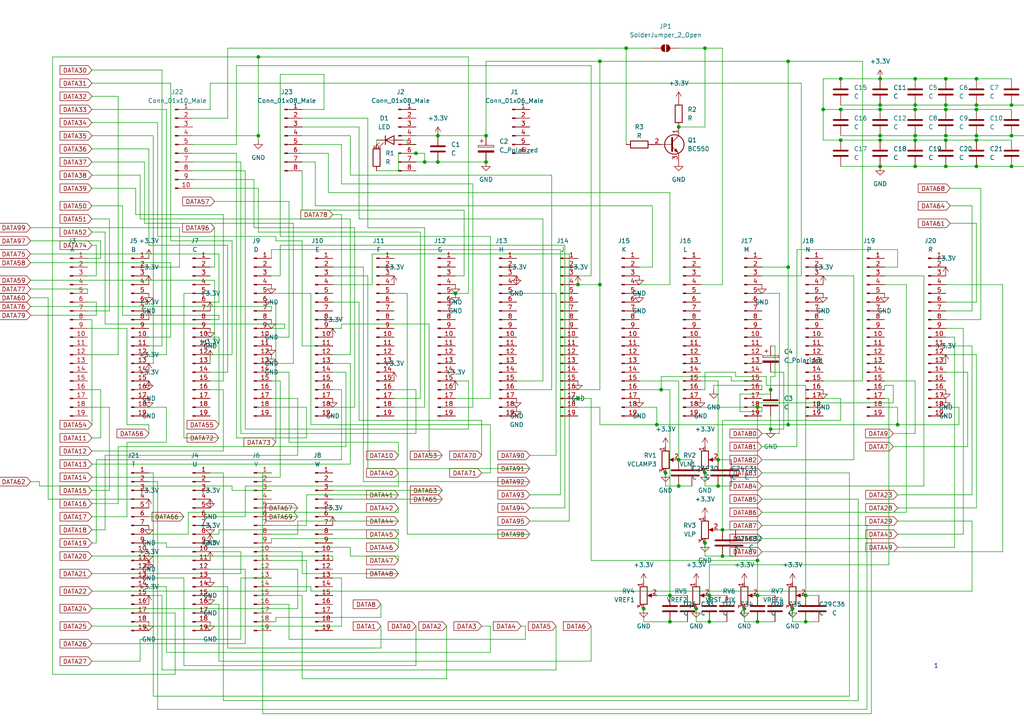
<source format=kicad_sch>
(kicad_sch (version 20250114) (generator "eeschema") (generator_version "9.0")
  (paper "A4")
  (title_block (title "Carte de gestion du capteur d'image") (date "2025-02-09") (rev "1"))
  (lib_symbols
    (symbol "Connector:Conn_01x06_Male" (pin_names (offset 1.016) (hide yes))
      (property "Reference" "J" (at 0 7.62 0))
      (property "Value" "Conn_01x06_Male" (at 0 -10.16 0))
      (symbol "Conn_01x06_Male_1_1"
        (pin passive line (at 5.08 5.08 180) (length 3.81) (name "Pin_1") (number "1"))
        (pin passive line (at 5.08 2.54 180) (length 3.81) (name "Pin_2") (number "2"))
        (pin passive line (at 5.08 0 180) (length 3.81) (name "Pin_3") (number "3"))
        (pin passive line (at 5.08 -2.54 180) (length 3.81) (name "Pin_4") (number "4"))
        (pin passive line (at 5.08 -5.08 180) (length 3.81) (name "Pin_5") (number "5"))
        (pin passive line (at 5.08 -7.62 180) (length 3.81) (name "Pin_6") (number "6"))
      )
    )
    (symbol "Connector:Conn_01x08_Male" (pin_names (offset 1.016) (hide yes))
      (property "Reference" "J" (at 0 10.16 0))
      (property "Value" "Conn_01x08_Male" (at 0 -12.7 0))
      (symbol "Conn_01x08_Male_1_1"
        (pin passive line (at 5.08 7.62 180) (length 3.81) (name "Pin_1") (number "1"))
        (pin passive line (at 5.08 5.08 180) (length 3.81) (name "Pin_2") (number "2"))
        (pin passive line (at 5.08 2.54 180) (length 3.81) (name "Pin_3") (number "3"))
        (pin passive line (at 5.08 0 180) (length 3.81) (name "Pin_4") (number "4"))
        (pin passive line (at 5.08 -2.54 180) (length 3.81) (name "Pin_5") (number "5"))
        (pin passive line (at 5.08 -5.08 180) (length 3.81) (name "Pin_6") (number "6"))
        (pin passive line (at 5.08 -7.62 180) (length 3.81) (name "Pin_7") (number "7"))
        (pin passive line (at 5.08 -10.16 180) (length 3.81) (name "Pin_8") (number "8"))
      )
    )
    (symbol "Connector:Conn_01x10_Male" (pin_names (offset 1.016) (hide yes))
      (property "Reference" "J" (at 0 12.7 0))
      (property "Value" "Conn_01x10_Male" (at 0 -15.24 0))
      (symbol "Conn_01x10_Male_1_1"
        (pin passive line (at 5.08 10.16 180) (length 3.81) (name "Pin_1") (number "1"))
        (pin passive line (at 5.08 7.62 180) (length 3.81) (name "Pin_2") (number "2"))
        (pin passive line (at 5.08 5.08 180) (length 3.81) (name "Pin_3") (number "3"))
        (pin passive line (at 5.08 2.54 180) (length 3.81) (name "Pin_4") (number "4"))
        (pin passive line (at 5.08 0 180) (length 3.81) (name "Pin_5") (number "5"))
        (pin passive line (at 5.08 -2.54 180) (length 3.81) (name "Pin_6") (number "6"))
        (pin passive line (at 5.08 -5.08 180) (length 3.81) (name "Pin_7") (number "7"))
        (pin passive line (at 5.08 -7.62 180) (length 3.81) (name "Pin_8") (number "8"))
        (pin passive line (at 5.08 -10.16 180) (length 3.81) (name "Pin_9") (number "9"))
        (pin passive line (at 5.08 -12.7 180) (length 3.81) (name "Pin_10") (number "10"))
      )
    )
    (symbol "Connector:Conn_01x19_Male" (pin_names (offset 1.016) (hide yes))
      (property "Reference" "J" (at 0 25.4 0))
      (property "Value" "Conn_01x19_Male" (at 0 -25.4 0))
      (symbol "Conn_01x19_Male_1_1"
        (pin passive line (at 5.08 22.86 180) (length 3.81) (name "Pin_1") (number "1"))
        (pin passive line (at 5.08 20.32 180) (length 3.81) (name "Pin_2") (number "2"))
        (pin passive line (at 5.08 17.78 180) (length 3.81) (name "Pin_3") (number "3"))
        (pin passive line (at 5.08 15.24 180) (length 3.81) (name "Pin_4") (number "4"))
        (pin passive line (at 5.08 12.7 180) (length 3.81) (name "Pin_5") (number "5"))
        (pin passive line (at 5.08 10.16 180) (length 3.81) (name "Pin_6") (number "6"))
        (pin passive line (at 5.08 7.62 180) (length 3.81) (name "Pin_7") (number "7"))
        (pin passive line (at 5.08 5.08 180) (length 3.81) (name "Pin_8") (number "8"))
        (pin passive line (at 5.08 2.54 180) (length 3.81) (name "Pin_9") (number "9"))
        (pin passive line (at 5.08 0 180) (length 3.81) (name "Pin_10") (number "10"))
        (pin passive line (at 5.08 -2.54 180) (length 3.81) (name "Pin_11") (number "11"))
        (pin passive line (at 5.08 -5.08 180) (length 3.81) (name "Pin_12") (number "12"))
        (pin passive line (at 5.08 -7.62 180) (length 3.81) (name "Pin_13") (number "13"))
        (pin passive line (at 5.08 -10.16 180) (length 3.81) (name "Pin_14") (number "14"))
        (pin passive line (at 5.08 -12.7 180) (length 3.81) (name "Pin_15") (number "15"))
        (pin passive line (at 5.08 -15.24 180) (length 3.81) (name "Pin_16") (number "16"))
        (pin passive line (at 5.08 -17.78 180) (length 3.81) (name "Pin_17") (number "17"))
        (pin passive line (at 5.08 -20.32 180) (length 3.81) (name "Pin_18") (number "18"))
        (pin passive line (at 5.08 -22.86 180) (length 3.81) (name "Pin_19") (number "19"))
      )
    )
    (symbol "Device:C" (pin_numbers (hide yes)) (pin_names (offset 0.254))
      (property "Reference" "C" (at 0.635 2.54 0))
      (property "Value" "C" (at 0.635 -2.54 0))
      (symbol "C_1_1"
        (pin passive line (at 0 3.81 270) (length 2.794) (name "~") (number "1"))
        (pin passive line (at 0 -3.81 90) (length 2.794) (name "~") (number "2"))
      )
    )
    (symbol "Device:C_Polarized" (pin_numbers (hide yes)) (pin_names (offset 0.254))
      (property "Reference" "C" (at 0.635 2.54 0))
      (property "Value" "C_Polarized" (at 0.635 -2.54 0))
      (symbol "C_Polarized_1_1"
        (pin passive line (at 0 3.81 270) (length 2.794) (name "~") (number "1"))
        (pin passive line (at 0 -3.81 90) (length 2.794) (name "~") (number "2"))
      )
    )
    (symbol "Device:LED" (pin_numbers (hide yes)) (pin_names (offset 1.016) (hide yes))
      (property "Reference" "D" (at 0 2.54 0))
      (property "Value" "LED" (at 0 -2.54 0))
      (symbol "LED_1_1"
        (pin passive line (at -3.81 0 0) (length 2.54) (name "K") (number "1"))
        (pin passive line (at 3.81 0 180) (length 2.54) (name "A") (number "2"))
      )
    )
    (symbol "Device:R" (pin_numbers (hide yes)) (pin_names (offset 0))
      (property "Reference" "R" (at 2.032 0 90))
      (property "Value" "R" (at 0 0 90))
      (symbol "R_1_1"
        (pin passive line (at 0 3.81 270) (length 1.27) (name "~") (number "1"))
        (pin passive line (at 0 -3.81 90) (length 1.27) (name "~") (number "2"))
      )
    )
    (symbol "Device:R_Potentiometer" (pin_names (offset 1.016) (hide yes))
      (property "Reference" "RV" (at -4.445 0 90))
      (property "Value" "R_Potentiometer" (at -2.54 0 90))
      (symbol "R_Potentiometer_1_1"
        (pin passive line (at 0 3.81 270) (length 1.27) (name "1") (number "1"))
        (pin passive line (at 0 -3.81 90) (length 1.27) (name "3") (number "3"))
        (pin passive line (at 3.81 0 180) (length 1.27) (name "2") (number "2"))
      )
    )
    (symbol "Jumper:SolderJumper_2_Open" (pin_numbers (hide yes)) (pin_names (offset 0) (hide yes)) (exclude_from_sim yes) (in_bom no)
      (property "Reference" "JP" (at 0 2.032 0))
      (property "Value" "SolderJumper_2_Open" (at 0 -2.54 0))
      (symbol "SolderJumper_2_Open_1_1"
        (pin passive line (at -3.81 0 0) (length 2.54) (name "A") (number "1"))
        (pin passive line (at 3.81 0 180) (length 2.54) (name "B") (number "2"))
      )
    )
    (symbol "Transistor_BJT:BC550" (pin_names (offset 0) (hide yes))
      (property "Reference" "Q" (at 5.08 1.905 0))
      (property "Value" "BC550" (at 5.08 0 0))
      (symbol "BC550_1_1"
        (pin input line (at -5.08 0 0) (length 2.54) (name "B") (number "2"))
        (pin passive line (at 2.54 5.08 270) (length 2.54) (name "C") (number "1"))
        (pin passive line (at 2.54 -5.08 90) (length 2.54) (name "E") (number "3"))
      )
    )
    (symbol "power:+3.3V" (power) (pin_names (offset 0))
      (property "Value" "+3.3V" (at 0 3.556 0))
      (symbol "+3.3V_1_1"
        (pin power_in line (at 0 0 90) (length 0) (hide yes) (name "+3.3V") (number "1"))
      )
    )
    (symbol "power:GND" (power) (pin_names (offset 0))
      (property "Value" "GND" (at 0 -3.81 0))
      (symbol "GND_1_1"
        (pin power_in line (at 0 0 270) (length 0) (hide yes) (name "GND") (number "1"))
      )
    )
  )
  (text "1" (at 271.526 193.294 0) (effects (font (size 1.27 1.27))))
  (junction (at 265.43 39.37))
  (junction (at 194.31 172.72))
  (junction (at 255.27 30.48))
  (junction (at 223.52 113.03))
  (junction (at 215.9 176.53))
  (junction (at 265.43 31.75))
  (junction (at 204.47 157.48))
  (junction (at 120.65 44.45))
  (junction (at 228.6 123.19))
  (junction (at 191.77 113.03))
  (junction (at 274.32 40.64))
  (junction (at 293.37 39.37))
  (junction (at 283.21 31.75))
  (junction (at 194.31 180.34))
  (junction (at 74.93 16.51))
  (junction (at 243.84 31.75))
  (junction (at 260.35 123.19))
  (junction (at 229.87 176.53))
  (junction (at 265.43 30.48))
  (junction (at 127 46.99))
  (junction (at 209.55 161.29))
  (junction (at 283.21 22.86))
  (junction (at 196.85 36.83))
  (junction (at 255.27 40.64))
  (junction (at 274.32 22.86))
  (junction (at 74.93 39.37))
  (junction (at 196.85 140.97))
  (junction (at 228.6 77.47))
  (junction (at 265.43 40.64))
  (junction (at 167.64 82.55))
  (junction (at 265.43 48.26))
  (junction (at 255.27 48.26))
  (junction (at 186.69 176.53))
  (junction (at 293.37 30.48))
  (junction (at 219.71 180.34))
  (junction (at 140.97 46.99))
  (junction (at 181.61 13.97))
  (junction (at 123.19 46.99))
  (junction (at 132.08 85.09))
  (junction (at 255.27 22.86))
  (junction (at 243.84 40.64))
  (junction (at 219.71 172.72))
  (junction (at 303.53 39.37))
  (junction (at 274.32 48.26))
  (junction (at 219.71 162.56))
  (junction (at 233.68 172.72))
  (junction (at 204.47 13.97))
  (junction (at 219.71 118.11))
  (junction (at 205.74 180.34))
  (junction (at 140.97 39.37))
  (junction (at 173.99 17.78))
  (junction (at 208.28 133.35))
  (junction (at 283.21 48.26))
  (junction (at 274.32 39.37))
  (junction (at 201.93 176.53))
  (junction (at 209.55 153.67))
  (junction (at 283.21 39.37))
  (junction (at 293.37 48.26))
  (junction (at 193.04 137.16))
  (junction (at 265.43 22.86))
  (junction (at 238.76 31.75))
  (junction (at 196.85 133.35))
  (junction (at 190.5 123.19))
  (junction (at 283.21 30.48))
  (junction (at 233.68 180.34))
  (junction (at 127 39.37))
  (junction (at 208.28 140.97))
  (junction (at 228.6 17.78))
  (junction (at 255.27 31.75))
  (junction (at 274.32 31.75))
  (junction (at 167.64 115.57))
  (junction (at 243.84 22.86))
  (junction (at 205.74 172.72))
  (junction (at 223.52 124.46))
  (junction (at 255.27 39.37))
  (junction (at 283.21 40.64))
  (junction (at 173.99 82.55))
  (junction (at 204.47 137.16))
  (junction (at 274.32 30.48))
  (wire (pts (xy 99.06 95.25) (xy 96.52 95.25)))
  (wire (pts (xy 161.29 181.61) (xy 161.29 194.31)))
  (wire (pts (xy 88.9 162.56) (xy 78.74 162.56)))
  (wire (pts (xy 67.31 102.87) (xy 60.96 102.87)))
  (wire (pts (xy 86.36 151.13) (xy 86.36 154.94)))
  (wire (pts (xy 127 39.37) (xy 140.97 39.37)))
  (wire (pts (xy 201.93 180.34) (xy 201.93 176.53)))
  (wire (pts (xy 153.67 135.89) (xy 106.68 135.89)))
  (wire (pts (xy 50.8 195.58) (xy 15.24 195.58)))
  (wire (pts (xy 52.07 77.47) (xy 43.18 77.47)))
  (wire (pts (xy 194.31 172.72) (xy 199.39 172.72)))
  (wire (pts (xy 208.28 153.67) (xy 209.55 153.67)))
  (wire (pts (xy 135.89 124.46) (xy 135.89 110.49)))
  (wire (pts (xy 69.85 185.42) (xy 69.85 167.64)))
  (wire (pts (xy 46.99 100.33) (xy 43.18 100.33)))
  (wire (pts (xy 204.47 36.83) (xy 196.85 36.83)))
  (wire (pts (xy 78.74 97.79) (xy 83.82 97.79)))
  (wire (pts (xy 26.67 71.12) (xy 27.94 71.12)))
  (wire (pts (xy 82.55 95.25) (xy 78.74 95.25)))
  (wire (pts (xy 82.55 93.98) (xy 82.55 95.25)))
  (wire (pts (xy 161.29 85.09) (xy 149.86 85.09)))
  (wire (pts (xy 52.07 66.04) (xy 52.07 77.47)))
  (wire (pts (xy 80.01 128.27) (xy 80.01 87.63)))
  (wire (pts (xy 60.96 77.47) (xy 62.23 77.47)))
  (wire (pts (xy 107.95 82.55) (xy 96.52 82.55)))
  (wire (pts (xy 233.68 172.72) (xy 237.49 172.72)))
  (wire (pts (xy 196.85 140.97) (xy 200.66 140.97)))
  (wire (pts (xy 88.9 127) (xy 88.9 118.11)))
  (wire (pts (xy 109.22 49.53) (xy 115.57 49.53)))
  (wire (pts (xy 87.63 36.83) (xy 104.14 36.83)))
  (wire (pts (xy 123.19 118.11) (xy 114.3 118.11)))
  (wire (pts (xy 283.21 48.26) (xy 293.37 48.26)))
  (wire (pts (xy 219.71 172.72) (xy 224.79 172.72)))
  (wire (pts (xy 66.04 34.29) (xy 55.88 34.29)))
  (wire (pts (xy 281.94 90.17) (xy 274.32 90.17)))
  (wire (pts (xy 62.23 100.33) (xy 60.96 100.33)))
  (wire (pts (xy 275.59 64.77) (xy 283.21 64.77)))
  (wire (pts (xy 220.98 77.47) (xy 228.6 77.47)))
  (wire (pts (xy 173.99 118.11) (xy 173.99 123.19)))
  (wire (pts (xy 68.58 44.45) (xy 68.58 127)))
  (wire (pts (xy 248.92 203.2) (xy 64.77 203.2)))
  (wire (pts (xy 43.18 71.12) (xy 66.04 71.12)))
  (wire (pts (xy 26.67 67.31) (xy 30.48 67.31)))
  (wire (pts (xy 99.06 53.34) (xy 137.16 53.34)))
  (wire (pts (xy 68.58 19.05) (xy 68.58 41.91)))
  (wire (pts (xy 34.29 129.54) (xy 100.33 129.54)))
  (wire (pts (xy 279.4 154.94) (xy 279.4 95.25)))
  (wire (pts (xy 78.74 147.32) (xy 86.36 147.32)))
  (wire (pts (xy 71.12 49.53) (xy 71.12 124.46)))
  (wire (pts (xy 15.24 16.51) (xy 74.93 16.51)))
  (wire (pts (xy 99.06 62.23) (xy 99.06 92.71)))
  (wire (pts (xy 104.14 36.83) (xy 104.14 63.5)))
  (wire (pts (xy 153.67 139.7) (xy 105.41 139.7)))
  (wire (pts (xy 50.8 177.8) (xy 50.8 195.58)))
  (wire (pts (xy 283.21 22.86) (xy 293.37 22.86)))
  (wire (pts (xy 78.74 154.94) (xy 86.36 154.94)))
  (wire (pts (xy 63.5 87.63) (xy 60.96 87.63)))
  (wire (pts (xy 231.14 72.39) (xy 260.35 72.39)))
  (wire (pts (xy 274.32 40.64) (xy 283.21 40.64)))
  (wire (pts (xy 43.18 123.19) (xy 36.83 123.19)))
  (wire (pts (xy 213.36 107.95) (xy 204.47 107.95)))
  (wire (pts (xy 55.88 44.45) (xy 68.58 44.45)))
  (wire (pts (xy 173.99 82.55) (xy 173.99 113.03)))
  (wire (pts (xy 265.43 125.73) (xy 265.43 110.49)))
  (wire (pts (xy 96.52 77.47) (xy 105.41 77.47)))
  (wire (pts (xy 220.98 140.97) (xy 267.97 140.97)))
  (wire (pts (xy 247.65 80.01) (xy 238.76 80.01)))
  (wire (pts (xy 30.48 132.08) (xy 86.36 132.08)))
  (wire (pts (xy 69.85 160.02) (xy 60.96 160.02)))
  (wire (pts (xy 60.96 31.75) (xy 55.88 31.75)))
  (wire (pts (xy 274.32 48.26) (xy 283.21 48.26)))
  (wire (pts (xy 86.36 132.08) (xy 86.36 115.57)))
  (wire (pts (xy 204.47 13.97) (xy 204.47 36.83)))
  (wire (pts (xy 139.7 181.61) (xy 142.24 181.61)))
  (wire (pts (xy 48.26 102.87) (xy 43.18 102.87)))
  (wire (pts (xy 276.86 97.79) (xy 274.32 97.79)))
  (wire (pts (xy 78.74 175.26) (xy 83.82 175.26)))
  (wire (pts (xy 303.53 30.48) (xy 303.53 39.37)))
  (wire (pts (xy 135.89 85.09) (xy 135.89 16.51)))
  (wire (pts (xy 115.57 156.21) (xy 115.57 158.75)))
  (wire (pts (xy 26.67 123.19) (xy 26.67 92.71)))
  (wire (pts (xy 173.99 17.78) (xy 173.99 82.55)))
  (wire (pts (xy 262.89 148.59) (xy 262.89 82.55)))
  (wire (pts (xy 163.83 71.12) (xy 81.28 71.12)))
  (wire (pts (xy 196.85 13.97) (xy 204.47 13.97)))
  (wire (pts (xy 257.81 163.83) (xy 205.74 163.83)))
  (wire (pts (xy 203.2 110.49) (xy 208.28 110.49)))
  (wire (pts (xy 49.53 69.85) (xy 67.31 69.85)))
  (wire (pts (xy 115.57 49.53) (xy 115.57 44.45)))
  (wire (pts (xy 209.55 161.29) (xy 204.47 161.29)))
  (wire (pts (xy 246.38 137.16) (xy 246.38 201.93)))
  (wire (pts (xy 227.33 124.46) (xy 223.52 124.46)))
  (wire (pts (xy 54.61 148.59) (xy 54.61 154.94)))
  (wire (pts (xy 190.5 172.72) (xy 194.31 172.72)))
  (wire (pts (xy 190.5 123.19) (xy 228.6 123.19)))
  (wire (pts (xy 194.31 172.72) (xy 194.31 113.03)))
  (wire (pts (xy 99.06 93.98) (xy 99.06 95.25)))
  (wire (pts (xy 99.06 133.35) (xy 27.94 133.35)))
  (wire (pts (xy 90.17 170.18) (xy 78.74 170.18)))
  (wire (pts (xy 43.18 118.11) (xy 48.26 118.11)))
  (wire (pts (xy 68.58 41.91) (xy 55.88 41.91)))
  (wire (pts (xy 214.63 114.3) (xy 223.52 114.3)))
  (wire (pts (xy 39.37 62.23) (xy 64.77 62.23)))
  (wire (pts (xy 124.46 93.98) (xy 99.06 93.98)))
  (wire (pts (xy 62.23 66.04) (xy 62.23 77.47)))
  (wire (pts (xy 30.48 153.67) (xy 30.48 132.08)))
  (wire (pts (xy 26.67 46.99) (xy 41.91 46.99)))
  (wire (pts (xy 66.04 13.97) (xy 66.04 34.29)))
  (wire (pts (xy 66.04 187.96) (xy 66.04 170.18)))
  (wire (pts (xy 228.6 17.78) (xy 228.6 77.47)))
  (wire (pts (xy 13.97 86.36) (xy 13.97 144.78)))
  (wire (pts (xy 157.48 110.49) (xy 149.86 110.49)))
  (wire (pts (xy 173.99 113.03) (xy 167.64 113.03)))
  (wire (pts (xy 209.55 121.92) (xy 243.84 121.92)))
  (wire (pts (xy 74.93 54.61) (xy 74.93 67.31)))
  (wire (pts (xy 220.98 110.49) (xy 212.09 110.49)))
  (wire (pts (xy 31.75 142.24) (xy 31.75 118.11)))
  (wire (pts (xy 55.88 49.53) (xy 71.12 49.53)))
  (wire (pts (xy 259.08 129.54) (xy 280.67 129.54)))
  (wire (pts (xy 139.7 132.08) (xy 139.7 121.92)))
  (wire (pts (xy 204.47 140.97) (xy 204.47 137.16)))
  (wire (pts (xy 243.84 48.26) (xy 255.27 48.26)))
  (wire (pts (xy 27.94 71.12) (xy 27.94 80.01)))
  (wire (pts (xy 48.26 31.75) (xy 48.26 102.87)))
  (wire (pts (xy 43.18 149.86) (xy 53.34 149.86)))
  (wire (pts (xy 93.98 21.59) (xy 81.28 21.59)))
  (wire (pts (xy 161.29 194.31) (xy 46.99 194.31)))
  (wire (pts (xy 55.88 46.99) (xy 69.85 46.99)))
  (wire (pts (xy 25.4 92.71) (xy 26.67 92.71)))
  (wire (pts (xy 194.31 180.34) (xy 199.39 180.34)))
  (wire (pts (xy 48.26 170.18) (xy 48.26 189.23)))
  (wire (pts (xy 260.35 158.75) (xy 276.86 158.75)))
  (wire (pts (xy 238.76 40.64) (xy 243.84 40.64)))
  (wire (pts (xy 26.67 20.32) (xy 46.99 20.32)))
  (wire (pts (xy 78.74 172.72) (xy 87.63 172.72)))
  (wire (pts (xy 120.65 39.37) (xy 127 39.37)))
  (wire (pts (xy 238.76 31.75) (xy 238.76 40.64)))
  (wire (pts (xy 171.45 115.57) (xy 171.45 162.56)))
  (wire (pts (xy 283.21 147.32) (xy 283.21 102.87)))
  (wire (pts (xy 90.17 123.19) (xy 90.17 85.09)))
  (wire (pts (xy 80.01 69.85) (xy 87.63 69.85)))
  (wire (pts (xy 167.64 82.55) (xy 173.99 82.55)))
  (wire (pts (xy 26.67 24.13) (xy 49.53 24.13)))
  (wire (pts (xy 29.21 127) (xy 29.21 113.03)))
  (wire (pts (xy 67.31 140.97) (xy 67.31 142.24)))
  (wire (pts (xy 129.54 181.61) (xy 129.54 196.85)))
  (wire (pts (xy 167.64 115.57) (xy 171.45 115.57)))
  (wire (pts (xy 185.42 82.55) (xy 194.31 82.55)))
  (wire (pts (xy 142.24 123.19) (xy 142.24 137.16)))
  (wire (pts (xy 283.21 30.48) (xy 293.37 30.48)))
  (wire (pts (xy 247.65 133.35) (xy 247.65 80.01)))
  (wire (pts (xy 41.91 64.77) (xy 85.09 64.77)))
  (wire (pts (xy 45.72 68.58) (xy 80.01 68.58)))
  (wire (pts (xy 62.23 58.42) (xy 83.82 58.42)))
  (wire (pts (xy 74.93 67.31) (xy 121.92 67.31)))
  (wire (pts (xy 63.5 127) (xy 53.34 127)))
  (wire (pts (xy 26.67 149.86) (xy 36.83 149.86)))
  (wire (pts (xy 209.55 13.97) (xy 204.47 13.97)))
  (wire (pts (xy 88.9 152.4) (xy 78.74 152.4)))
  (wire (pts (xy 48.26 128.27) (xy 48.26 118.11)))
  (wire (pts (xy 49.53 76.2) (xy 49.53 97.79)))
  (wire (pts (xy 151.13 181.61) (xy 152.4 181.61)))
  (wire (pts (xy 243.84 40.64) (xy 255.27 40.64)))
  (wire (pts (xy 26.67 176.53) (xy 86.36 176.53)))
  (wire (pts (xy 255.27 40.64) (xy 265.43 40.64)))
  (wire (pts (xy 44.45 201.93) (xy 44.45 137.16)))
  (wire (pts (xy 238.76 22.86) (xy 238.76 31.75)))
  (wire (pts (xy 99.06 113.03) (xy 99.06 133.35)))
  (wire (pts (xy 278.13 118.11) (xy 278.13 123.19)))
  (wire (pts (xy 185.42 118.11) (xy 190.5 118.11)))
  (wire (pts (xy 118.11 41.91) (xy 120.65 41.91)))
  (wire (pts (xy 212.09 109.22) (xy 191.77 109.22)))
  (wire (pts (xy 64.77 203.2) (xy 64.77 137.16)))
  (wire (pts (xy 214.63 119.38) (xy 214.63 114.3)))
  (wire (pts (xy 11.43 139.7) (xy 11.43 140.97)))
  (wire (pts (xy 26.67 27.94) (xy 34.29 27.94)))
  (wire (pts (xy 181.61 13.97) (xy 181.61 41.91)))
  (wire (pts (xy 87.63 46.99) (xy 91.44 46.99)))
  (wire (pts (xy 243.84 121.92) (xy 243.84 115.57)))
  (wire (pts (xy 35.56 59.69) (xy 35.56 91.44)))
  (wire (pts (xy 43.18 125.73) (xy 43.18 123.19)))
  (wire (pts (xy 45.72 139.7) (xy 43.18 139.7)))
  (wire (pts (xy 93.98 31.75) (xy 93.98 21.59)))
  (wire (pts (xy 60.96 154.94) (xy 63.5 154.94)))
  (wire (pts (xy 30.48 93.98) (xy 82.55 93.98)))
  (wire (pts (xy 26.67 191.77) (xy 40.64 191.77)))
  (wire (pts (xy 142.24 181.61) (xy 142.24 189.23)))
  (wire (pts (xy 243.84 39.37) (xy 255.27 39.37)))
  (wire (pts (xy 81.28 110.49) (xy 78.74 110.49)))
  (wire (pts (xy 100.33 107.95) (xy 96.52 107.95)))
  (wire (pts (xy 78.74 156.21) (xy 115.57 156.21)))
  (wire (pts (xy 220.98 119.38) (xy 214.63 119.38)))
  (wire (pts (xy 49.53 24.13) (xy 49.53 69.85)))
  (wire (pts (xy 227.33 107.95) (xy 227.33 124.46)))
  (wire (pts (xy 96.52 161.29) (xy 96.52 162.56)))
  (wire (pts (xy 137.16 53.34) (xy 137.16 118.11)))
  (wire (pts (xy 106.68 34.29) (xy 106.68 66.04)))
  (wire (pts (xy 99.06 181.61) (xy 99.06 167.64)))
  (wire (pts (xy 40.64 50.8) (xy 40.64 63.5)))
  (wire (pts (xy 248.92 144.78) (xy 248.92 203.2)))
  (wire (pts (xy 260.35 151.13) (xy 281.94 151.13)))
  (wire (pts (xy 120.65 46.99) (xy 123.19 46.99)))
  (wire (pts (xy 284.48 92.71) (xy 274.32 92.71)))
  (wire (pts (xy 8.89 83.82) (xy 25.4 83.82)))
  (wire (pts (xy 205.74 172.72) (xy 210.82 172.72)))
  (wire (pts (xy 284.48 54.61) (xy 284.48 92.71)))
  (wire (pts (xy 71.12 149.86) (xy 60.96 149.86)))
  (wire (pts (xy 160.02 50.8) (xy 160.02 113.03)))
  (wire (pts (xy 228.6 77.47) (xy 228.6 123.19)))
  (wire (pts (xy 80.01 179.07) (xy 80.01 180.34)))
  (wire (pts (xy 186.69 180.34) (xy 186.69 176.53)))
  (wire (pts (xy 256.54 111.76) (xy 256.54 113.03)))
  (wire (pts (xy 220.98 148.59) (xy 262.89 148.59)))
  (wire (pts (xy 157.48 63.5) (xy 157.48 110.49)))
  (wire (pts (xy 196.85 110.49) (xy 185.42 110.49)))
  (wire (pts (xy 281.94 59.69) (xy 281.94 90.17)))
  (wire (pts (xy 220.98 133.35) (xy 247.65 133.35)))
  (wire (pts (xy 29.21 74.93) (xy 25.4 74.93)))
  (wire (pts (xy 87.63 172.72) (xy 87.63 196.85)))
  (wire (pts (xy 243.84 31.75) (xy 255.27 31.75)))
  (wire (pts (xy 260.35 143.51) (xy 281.94 143.51)))
  (wire (pts (xy 233.68 180.34) (xy 237.49 180.34)))
  (wire (pts (xy 153.67 151.13) (xy 165.1 151.13)))
  (wire (pts (xy 96.52 118.11) (xy 102.87 118.11)))
  (wire (pts (xy 280.67 107.95) (xy 274.32 107.95)))
  (wire (pts (xy 274.32 87.63) (xy 283.21 87.63)))
  (wire (pts (xy 26.67 130.81) (xy 64.77 130.81)))
  (wire (pts (xy 69.85 125.73) (xy 120.65 125.73)))
  (wire (pts (xy 115.57 44.45) (xy 120.65 44.45)))
  (wire (pts (xy 279.4 95.25) (xy 274.32 95.25)))
  (wire (pts (xy 204.47 113.03) (xy 203.2 113.03)))
  (wire (pts (xy 36.83 149.86) (xy 36.83 128.27)))
  (wire (pts (xy 171.45 162.56) (xy 219.71 162.56)))
  (wire (pts (xy 265.43 30.48) (xy 274.32 30.48)))
  (wire (pts (xy 219.71 180.34) (xy 224.79 180.34)))
  (wire (pts (xy 190.5 118.11) (xy 190.5 123.19)))
  (wire (pts (xy 252.73 207.01) (xy 76.2 207.01)))
  (wire (pts (xy 86.36 176.53) (xy 86.36 165.1)))
  (wire (pts (xy 26.67 59.69) (xy 35.56 59.69)))
  (wire (pts (xy 283.21 40.64) (xy 293.37 40.64)))
  (wire (pts (xy 255.27 22.86) (xy 265.43 22.86)))
  (wire (pts (xy 101.6 63.5) (xy 101.6 102.87)))
  (wire (pts (xy 49.53 97.79) (xy 43.18 97.79)))
  (wire (pts (xy 96.52 144.78) (xy 128.27 144.78)))
  (wire (pts (xy 104.14 121.92) (xy 104.14 87.63)))
  (wire (pts (xy 110.49 181.61) (xy 110.49 187.96)))
  (wire (pts (xy 260.35 147.32) (xy 283.21 147.32)))
  (wire (pts (xy 250.19 17.78) (xy 228.6 17.78)))
  (wire (pts (xy 11.43 140.97) (xy 67.31 140.97)))
  (wire (pts (xy 88.9 143.51) (xy 88.9 152.4)))
  (wire (pts (xy 162.56 143.51) (xy 162.56 72.39)))
  (wire (pts (xy 69.85 46.99) (xy 69.85 125.73)))
  (wire (pts (xy 60.96 97.79) (xy 63.5 97.79)))
  (wire (pts (xy 219.71 180.34) (xy 215.9 180.34)))
  (wire (pts (xy 68.58 127) (xy 88.9 127)))
  (wire (pts (xy 265.43 40.64) (xy 274.32 40.64)))
  (wire (pts (xy 132.08 80.01) (xy 134.62 80.01)))
  (wire (pts (xy 83.82 175.26) (xy 83.82 185.42)))
  (wire (pts (xy 231.14 129.54) (xy 231.14 72.39)))
  (wire (pts (xy 99.06 92.71) (xy 96.52 92.71)))
  (wire (pts (xy 87.63 69.85) (xy 87.63 100.33)))
  (wire (pts (xy 220.98 152.4) (xy 251.46 152.4)))
  (wire (pts (xy 88.9 118.11) (xy 78.74 118.11)))
  (wire (pts (xy 134.62 60.96) (xy 134.62 80.01)))
  (wire (pts (xy 142.24 189.23) (xy 48.26 189.23)))
  (wire (pts (xy 220.98 137.16) (xy 246.38 137.16)))
  (wire (pts (xy 194.31 113.03) (xy 191.77 113.03)))
  (wire (pts (xy 251.46 205.74) (xy 45.72 205.74)))
  (wire (pts (xy 219.71 118.11) (xy 219.71 116.84)))
  (wire (pts (xy 222.25 111.76) (xy 222.25 109.22)))
  (wire (pts (xy 66.04 71.12) (xy 66.04 107.95)))
  (wire (pts (xy 64.77 130.81) (xy 64.77 113.03)))
  (wire (pts (xy 259.08 116.84) (xy 259.08 111.76)))
  (wire (pts (xy 139.7 121.92) (xy 104.14 121.92)))
  (wire (pts (xy 60.96 24.13) (xy 60.96 31.75)))
  (wire (pts (xy 96.52 113.03) (xy 99.06 113.03)))
  (wire (pts (xy 81.28 138.43) (xy 81.28 110.49)))
  (wire (pts (xy 275.59 54.61) (xy 284.48 54.61)))
  (wire (pts (xy 78.74 160.02) (xy 87.63 160.02)))
  (wire (pts (xy 209.55 153.67) (xy 213.36 153.67)))
  (wire (pts (xy 171.45 80.01) (xy 171.45 19.05)))
  (wire (pts (xy 259.08 125.73) (xy 265.43 125.73)))
  (wire (pts (xy 101.6 50.8) (xy 160.02 50.8)))
  (wire (pts (xy 95.25 44.45) (xy 95.25 55.88)))
  (wire (pts (xy 115.57 153.67) (xy 63.5 153.67)))
  (wire (pts (xy 243.84 115.57) (xy 238.76 115.57)))
  (wire (pts (xy 232.41 24.13) (xy 60.96 24.13)))
  (wire (pts (xy 281.94 143.51) (xy 281.94 100.33)))
  (wire (pts (xy 34.29 102.87) (xy 25.4 102.87)))
  (wire (pts (xy 81.28 80.01) (xy 78.74 80.01)))
  (wire (pts (xy 35.56 91.44) (xy 63.5 91.44)))
  (wire (pts (xy 135.89 110.49) (xy 132.08 110.49)))
  (wire (pts (xy 8.89 88.9) (xy 78.74 88.9)))
  (wire (pts (xy 40.64 185.42) (xy 69.85 185.42)))
  (wire (pts (xy 26.67 35.56) (xy 45.72 35.56)))
  (wire (pts (xy 66.04 13.97) (xy 181.61 13.97)))
  (wire (pts (xy 220.98 156.21) (xy 252.73 156.21)))
  (wire (pts (xy 26.67 146.05) (xy 34.29 146.05)))
  (wire (pts (xy 256.54 115.57) (xy 257.81 115.57)))
  (wire (pts (xy 267.97 140.97) (xy 267.97 80.01)))
  (wire (pts (xy 87.63 100.33) (xy 96.52 100.33)))
  (wire (pts (xy 78.74 149.86) (xy 86.36 149.86)))
  (wire (pts (xy 209.55 161.29) (xy 213.36 161.29)))
  (wire (pts (xy 27.94 91.44) (xy 27.94 87.63)))
  (wire (pts (xy 43.18 157.48) (xy 48.26 157.48)))
  (wire (pts (xy 67.31 142.24) (xy 78.74 142.24)))
  (wire (pts (xy 220.98 80.01) (xy 232.41 80.01)))
  (wire (pts (xy 219.71 162.56) (xy 219.71 118.11)))
  (wire (pts (xy 139.7 137.16) (xy 142.24 137.16)))
  (wire (pts (xy 8.89 91.44) (xy 27.94 91.44)))
  (wire (pts (xy 243.84 30.48) (xy 255.27 30.48)))
  (wire (pts (xy 69.85 166.37) (xy 69.85 160.02)))
  (wire (pts (xy 118.11 40.64) (xy 118.11 41.91)))
  (wire (pts (xy 115.57 147.32) (xy 115.57 148.59)))
  (wire (pts (xy 96.52 142.24) (xy 128.27 142.24)))
  (wire (pts (xy 142.24 123.19) (xy 90.17 123.19)))
  (wire (pts (xy 81.28 21.59) (xy 81.28 68.58)))
  (wire (pts (xy 251.46 152.4) (xy 251.46 205.74)))
  (wire (pts (xy 101.6 102.87) (xy 96.52 102.87)))
  (wire (pts (xy 227.33 107.95) (xy 223.52 107.95)))
  (wire (pts (xy 26.67 166.37) (xy 69.85 166.37)))
  (wire (pts (xy 196.85 110.49) (xy 196.85 133.35)))
  (wire (pts (xy 213.36 109.22) (xy 213.36 107.95)))
  (wire (pts (xy 127 46.99) (xy 140.97 46.99)))
  (wire (pts (xy 204.47 107.95) (xy 204.47 113.03)))
  (wire (pts (xy 226.06 125.73) (xy 226.06 85.09)))
  (wire (pts (xy 53.34 85.09) (xy 60.96 85.09)))
  (wire (pts (xy 48.26 170.18) (xy 43.18 170.18)))
  (wire (pts (xy 303.53 48.26) (xy 293.37 48.26)))
  (wire (pts (xy 46.99 20.32) (xy 46.99 100.33)))
  (wire (pts (xy 43.18 177.8) (xy 50.8 177.8)))
  (wire (pts (xy 246.38 201.93) (xy 44.45 201.93)))
  (wire (pts (xy 238.76 110.49) (xy 250.19 110.49)))
  (wire (pts (xy 31.75 90.17) (xy 25.4 90.17)))
  (wire (pts (xy 260.35 154.94) (xy 279.4 154.94)))
  (wire (pts (xy 110.49 187.96) (xy 66.04 187.96)))
  (wire (pts (xy 123.19 46.99) (xy 127 46.99)))
  (wire (pts (xy 8.89 69.85) (xy 29.21 69.85)))
  (wire (pts (xy 87.63 41.91) (xy 99.06 41.91)))
  (wire (pts (xy 259.08 111.76) (xy 256.54 111.76)))
  (wire (pts (xy 83.82 128.27) (xy 83.82 107.95)))
  (wire (pts (xy 283.21 39.37) (xy 293.37 39.37)))
  (wire (pts (xy 26.67 161.29) (xy 96.52 161.29)))
  (wire (pts (xy 281.94 100.33) (xy 274.32 100.33)))
  (wire (pts (xy 39.37 54.61) (xy 39.37 62.23)))
  (wire (pts (xy 281.94 151.13) (xy 281.94 171.45)))
  (wire (pts (xy 153.67 143.51) (xy 162.56 143.51)))
  (wire (pts (xy 166.37 115.57) (xy 167.64 115.57)))
  (wire (pts (xy 303.53 39.37) (xy 293.37 39.37)))
  (wire (pts (xy 276.86 158.75) (xy 276.86 97.79)))
  (wire (pts (xy 205.74 180.34) (xy 201.93 180.34)))
  (wire (pts (xy 115.57 137.16) (xy 115.57 140.97)))
  (wire (pts (xy 265.43 39.37) (xy 274.32 39.37)))
  (wire (pts (xy 63.5 92.71) (xy 60.96 92.71)))
  (wire (pts (xy 265.43 48.26) (xy 274.32 48.26)))
  (wire (pts (xy 293.37 30.48) (xy 303.53 30.48)))
  (wire (pts (xy 185.42 113.03) (xy 191.77 113.03)))
  (wire (pts (xy 88.9 171.45) (xy 88.9 162.56)))
  (wire (pts (xy 115.57 132.08) (xy 115.57 128.27)))
  (wire (pts (xy 8.89 73.66) (xy 63.5 73.66)))
  (wire (pts (xy 220.98 118.11) (xy 220.98 119.38)))
  (wire (pts (xy 223.52 124.46) (xy 223.52 120.65)))
  (wire (pts (xy 8.89 81.28) (xy 62.23 81.28)))
  (wire (pts (xy 260.35 72.39) (xy 260.35 77.47)))
  (wire (pts (xy 161.29 132.08) (xy 161.29 85.09)))
  (wire (pts (xy 212.09 110.49) (xy 212.09 109.22)))
  (wire (pts (xy 274.32 22.86) (xy 283.21 22.86)))
  (wire (pts (xy 173.99 123.19) (xy 190.5 123.19)))
  (wire (pts (xy 53.34 127) (xy 53.34 85.09)))
  (wire (pts (xy 153.67 154.94) (xy 118.11 154.94)))
  (wire (pts (xy 73.66 66.04) (xy 102.87 66.04)))
  (wire (pts (xy 118.11 85.09) (xy 114.3 85.09)))
  (wire (pts (xy 283.21 31.75) (xy 293.37 31.75)))
  (wire (pts (xy 34.29 146.05) (xy 34.29 129.54)))
  (wire (pts (xy 43.18 43.18) (xy 43.18 71.12)))
  (wire (pts (xy 243.84 22.86) (xy 255.27 22.86)))
  (wire (pts (xy 274.32 30.48) (xy 283.21 30.48)))
  (wire (pts (xy 90.17 171.45) (xy 90.17 170.18)))
  (wire (pts (xy 76.2 207.01) (xy 76.2 137.16)))
  (wire (pts (xy 233.68 111.76) (xy 222.25 111.76)))
  (wire (pts (xy 27.94 80.01) (xy 25.4 80.01)))
  (wire (pts (xy 167.64 80.01) (xy 171.45 80.01)))
  (wire (pts (xy 27.94 157.48) (xy 26.67 157.48)))
  (wire (pts (xy 115.57 143.51) (xy 88.9 143.51)))
  (wire (pts (xy 265.43 22.86) (xy 274.32 22.86)))
  (wire (pts (xy 71.12 186.69) (xy 71.12 165.1)))
  (wire (pts (xy 290.83 160.02) (xy 290.83 82.55)))
  (wire (pts (xy 31.75 63.5) (xy 31.75 90.17)))
  (wire (pts (xy 71.12 140.97) (xy 71.12 149.86)))
  (wire (pts (xy 67.31 69.85) (xy 67.31 102.87)))
  (wire (pts (xy 260.35 77.47) (xy 256.54 77.47)))
  (wire (pts (xy 140.97 39.37) (xy 140.97 17.78)))
  (wire (pts (xy 196.85 140.97) (xy 193.04 140.97)))
  (wire (pts (xy 256.54 118.11) (xy 260.35 118.11)))
  (wire (pts (xy 256.54 82.55) (xy 262.89 82.55)))
  (wire (pts (xy 26.67 50.8) (xy 40.64 50.8)))
  (wire (pts (xy 87.63 31.75) (xy 93.98 31.75)))
  (wire (pts (xy 71.12 165.1) (xy 60.96 165.1)))
  (wire (pts (xy 81.28 68.58) (xy 142.24 68.58)))
  (wire (pts (xy 275.59 59.69) (xy 281.94 59.69)))
  (wire (pts (xy 29.21 113.03) (xy 25.4 113.03)))
  (wire (pts (xy 87.63 166.37) (xy 115.57 166.37)))
  (wire (pts (xy 229.87 180.34) (xy 229.87 176.53)))
  (wire (pts (xy 26.67 142.24) (xy 31.75 142.24)))
  (wire (pts (xy 208.28 133.35) (xy 212.09 133.35)))
  (wire (pts (xy 115.57 154.94) (xy 115.57 153.67)))
  (wire (pts (xy 31.75 118.11) (xy 25.4 118.11)))
  (wire (pts (xy 255.27 31.75) (xy 265.43 31.75)))
  (wire (pts (xy 205.74 163.83) (xy 205.74 172.72)))
  (wire (pts (xy 64.77 110.49) (xy 60.96 110.49)))
  (wire (pts (xy 171.45 191.77) (xy 63.5 191.77)))
  (wire (pts (xy 243.84 22.86) (xy 238.76 22.86)))
  (wire (pts (xy 220.98 160.02) (xy 290.83 160.02)))
  (wire (pts (xy 220.98 144.78) (xy 248.92 144.78)))
  (wire (pts (xy 104.14 63.5) (xy 157.48 63.5)))
  (wire (pts (xy 64.77 62.23) (xy 64.77 110.49)))
  (wire (pts (xy 36.83 128.27) (xy 48.26 128.27)))
  (wire (pts (xy 26.67 31.75) (xy 48.26 31.75)))
  (wire (pts (xy 220.98 111.76) (xy 207.01 111.76)))
  (wire (pts (xy 26.67 186.69) (xy 71.12 186.69)))
  (wire (pts (xy 95.25 55.88) (xy 194.31 55.88)))
  (wire (pts (xy 257.81 115.57) (xy 257.81 163.83)))
  (wire (pts (xy 167.64 118.11) (xy 173.99 118.11)))
  (wire (pts (xy 91.44 59.69) (xy 189.23 59.69)))
  (wire (pts (xy 189.23 59.69) (xy 189.23 77.47)))
  (wire (pts (xy 25.4 83.82) (xy 25.4 85.09)))
  (wire (pts (xy 85.09 105.41) (xy 78.74 105.41)))
  (wire (pts (xy 26.67 43.18) (xy 43.18 43.18)))
  (wire (pts (xy 45.72 35.56) (xy 45.72 68.58)))
  (wire (pts (xy 27.94 87.63) (xy 25.4 87.63)))
  (wire (pts (xy 85.09 64.77) (xy 85.09 105.41)))
  (wire (pts (xy 26.67 134.62) (xy 101.6 134.62)))
  (wire (pts (xy 78.74 88.9) (xy 78.74 90.17)))
  (wire (pts (xy 303.53 39.37) (xy 303.53 48.26)))
  (wire (pts (xy 224.79 109.22) (xy 224.79 100.33)))
  (wire (pts (xy 115.57 140.97) (xy 71.12 140.97)))
  (wire (pts (xy 34.29 27.94) (xy 34.29 102.87)))
  (wire (pts (xy 60.96 170.18) (xy 66.04 170.18)))
  (wire (pts (xy 8.89 86.36) (xy 13.97 86.36)))
  (wire (pts (xy 252.73 156.21) (xy 252.73 207.01)))
  (wire (pts (xy 8.89 76.2) (xy 49.53 76.2)))
  (wire (pts (xy 208.28 110.49) (xy 208.28 133.35)))
  (wire (pts (xy 255.27 30.48) (xy 265.43 30.48)))
  (wire (pts (xy 162.56 72.39) (xy 78.74 72.39)))
  (wire (pts (xy 283.21 102.87) (xy 274.32 102.87)))
  (wire (pts (xy 55.88 54.61) (xy 74.93 54.61)))
  (wire (pts (xy 96.52 80.01) (xy 106.68 80.01)))
  (wire (pts (xy 40.64 191.77) (xy 40.64 185.42)))
  (wire (pts (xy 106.68 66.04) (xy 123.19 66.04)))
  (wire (pts (xy 110.49 179.07) (xy 80.01 179.07)))
  (wire (pts (xy 78.74 87.63) (xy 80.01 87.63)))
  (wire (pts (xy 106.68 135.89) (xy 106.68 80.01)))
  (wire (pts (xy 115.57 151.13) (xy 86.36 151.13)))
  (wire (pts (xy 220.98 111.76) (xy 220.98 113.03)))
  (wire (pts (xy 120.65 193.04) (xy 53.34 193.04)))
  (wire (pts (xy 62.23 81.28) (xy 62.23 100.33)))
  (wire (pts (xy 30.48 67.31) (xy 30.48 93.98)))
  (wire (pts (xy 140.97 17.78) (xy 173.99 17.78)))
  (wire (pts (xy 228.6 123.19) (xy 260.35 123.19)))
  (wire (pts (xy 116.84 40.64) (xy 118.11 40.64)))
  (wire (pts (xy 274.32 39.37) (xy 283.21 39.37)))
  (wire (pts (xy 45.72 205.74) (xy 45.72 139.7)))
  (wire (pts (xy 105.41 139.7) (xy 105.41 77.47)))
  (wire (pts (xy 101.6 39.37) (xy 101.6 50.8)))
  (wire (pts (xy 86.36 115.57) (xy 78.74 115.57)))
  (wire (pts (xy 40.64 63.5) (xy 101.6 63.5)))
  (wire (pts (xy 181.61 13.97) (xy 189.23 13.97)))
  (wire (pts (xy 76.2 137.16) (xy 78.74 137.16)))
  (wire (pts (xy 101.6 105.41) (xy 96.52 105.41)))
  (wire (pts (xy 99.06 167.64) (xy 96.52 167.64)))
  (wire (pts (xy 115.57 128.27) (xy 83.82 128.27)))
  (wire (pts (xy 223.52 113.03) (xy 223.52 109.22)))
  (wire (pts (xy 219.71 116.84) (xy 259.08 116.84)))
  (wire (pts (xy 219.71 118.11) (xy 203.2 118.11)))
  (wire (pts (xy 101.6 134.62) (xy 101.6 105.41)))
  (wire (pts (xy 74.93 39.37) (xy 74.93 40.64)))
  (wire (pts (xy 109.22 40.64) (xy 109.22 41.91)))
  (wire (pts (xy 115.57 148.59) (xy 54.61 148.59)))
  (wire (pts (xy 63.5 191.77) (xy 63.5 175.26)))
  (wire (pts (xy 100.33 129.54) (xy 100.33 107.95)))
  (wire (pts (xy 29.21 69.85) (xy 29.21 74.93)))
  (wire (pts (xy 87.63 39.37) (xy 101.6 39.37)))
  (wire (pts (xy 224.79 100.33) (xy 223.52 100.33)))
  (wire (pts (xy 36.83 123.19) (xy 36.83 95.25)))
  (wire (pts (xy 120.65 44.45) (xy 123.19 44.45)))
  (wire (pts (xy 26.67 54.61) (xy 39.37 54.61)))
  (wire (pts (xy 209.55 13.97) (xy 209.55 82.55)))
  (wire (pts (xy 267.97 80.01) (xy 256.54 80.01)))
  (wire (pts (xy 223.52 114.3) (xy 223.52 113.03)))
  (wire (pts (xy 107.95 73.66) (xy 107.95 82.55)))
  (wire (pts (xy 171.45 181.61) (xy 171.45 191.77)))
  (wire (pts (xy 26.67 39.37) (xy 44.45 39.37)))
  (wire (pts (xy 80.01 180.34) (xy 78.74 180.34)))
  (wire (pts (xy 102.87 66.04) (xy 102.87 118.11)))
  (wire (pts (xy 41.91 46.99) (xy 41.91 64.77)))
  (wire (pts (xy 209.55 82.55) (xy 203.2 82.55)))
  (wire (pts (xy 26.67 171.45) (xy 88.9 171.45)))
  (wire (pts (xy 132.08 85.09) (xy 135.89 85.09)))
  (wire (pts (xy 8.89 139.7) (xy 11.43 139.7)))
  (wire (pts (xy 209.55 153.67) (xy 209.55 121.92)))
  (wire (pts (xy 55.88 39.37) (xy 74.93 39.37)))
  (wire (pts (xy 87.63 160.02) (xy 87.63 166.37)))
  (wire (pts (xy 87.63 49.53) (xy 87.63 60.96)))
  (wire (pts (xy 8.89 66.04) (xy 52.07 66.04)))
  (wire (pts (xy 255.27 39.37) (xy 265.43 39.37)))
  (wire (pts (xy 165.1 73.66) (xy 107.95 73.66)))
  (wire (pts (xy 63.5 123.19) (xy 63.5 97.79)))
  (wire (pts (xy 163.83 147.32) (xy 163.83 71.12)))
  (wire (pts (xy 128.27 132.08) (xy 124.46 132.08)))
  (wire (pts (xy 265.43 110.49) (xy 256.54 110.49)))
  (wire (pts (xy 220.98 129.54) (xy 231.14 129.54)))
  (wire (pts (xy 250.19 110.49) (xy 250.19 17.78)))
  (wire (pts (xy 152.4 185.42) (xy 152.4 181.61)))
  (wire (pts (xy 86.36 165.1) (xy 78.74 165.1)))
  (wire (pts (xy 255.27 48.26) (xy 265.43 48.26)))
  (wire (pts (xy 63.5 153.67) (xy 63.5 154.94)))
  (wire (pts (xy 104.14 87.63) (xy 96.52 87.63)))
  (wire (pts (xy 78.74 156.21) (xy 78.74 157.48)))
  (wire (pts (xy 193.04 140.97) (xy 193.04 137.16)))
  (wire (pts (xy 123.19 44.45) (xy 123.19 46.99)))
  (wire (pts (xy 121.92 115.57) (xy 114.3 115.57)))
  (wire (pts (xy 204.47 161.29) (xy 204.47 157.48)))
  (wire (pts (xy 74.93 16.51) (xy 74.93 39.37)))
  (wire (pts (xy 132.08 115.57) (xy 142.24 115.57)))
  (wire (pts (xy 87.63 44.45) (xy 95.25 44.45)))
  (wire (pts (xy 60.96 175.26) (xy 63.5 175.26)))
  (wire (pts (xy 26.67 63.5) (xy 31.75 63.5)))
  (wire (pts (xy 120.65 113.03) (xy 114.3 113.03)))
  (wire (pts (xy 54.61 154.94) (xy 43.18 154.94)))
  (wire (pts (xy 226.06 85.09) (xy 220.98 85.09)))
  (wire (pts (xy 15.24 195.58) (xy 15.24 16.51)))
  (wire (pts (xy 123.19 66.04) (xy 123.19 118.11)))
  (wire (pts (xy 44.45 137.16) (xy 43.18 137.16)))
  (wire (pts (xy 260.35 123.19) (xy 278.13 123.19)))
  (wire (pts (xy 196.85 133.35) (xy 200.66 133.35)))
  (wire (pts (xy 274.32 118.11) (xy 278.13 118.11)))
  (wire (pts (xy 78.74 72.39) (xy 78.74 74.93)))
  (wire (pts (xy 101.6 158.75) (xy 48.26 158.75)))
  (wire (pts (xy 207.01 111.76) (xy 207.01 113.03)))
  (wire (pts (xy 53.34 193.04) (xy 53.34 167.64)))
  (wire (pts (xy 215.9 180.34) (xy 215.9 176.53)))
  (wire (pts (xy 46.99 194.31) (xy 46.99 172.72)))
  (wire (pts (xy 27.94 133.35) (xy 27.94 157.48)))
  (wire (pts (xy 71.12 124.46) (xy 135.89 124.46)))
  (wire (pts (xy 223.52 109.22) (xy 224.79 109.22)))
  (wire (pts (xy 222.25 109.22) (xy 213.36 109.22)))
  (wire (pts (xy 238.76 31.75) (xy 243.84 31.75)))
  (wire (pts (xy 26.67 127) (xy 29.21 127)))
  (wire (pts (xy 194.31 180.34) (xy 186.69 180.34)))
  (wire (pts (xy 69.85 167.64) (xy 78.74 167.64)))
  (wire (pts (xy 142.24 68.58) (xy 142.24 115.57)))
  (wire (pts (xy 265.43 31.75) (xy 274.32 31.75)))
  (wire (pts (xy 153.67 132.08) (xy 161.29 132.08)))
  (wire (pts (xy 118.11 154.94) (xy 118.11 85.09)))
  (wire (pts (xy 274.32 31.75) (xy 283.21 31.75)))
  (wire (pts (xy 63.5 73.66) (xy 63.5 87.63)))
  (wire (pts (xy 87.63 34.29) (xy 106.68 34.29)))
  (wire (pts (xy 173.99 17.78) (xy 228.6 17.78)))
  (wire (pts (xy 96.52 62.23) (xy 99.06 62.23)))
  (wire (pts (xy 73.66 52.07) (xy 73.66 66.04)))
  (wire (pts (xy 233.68 180.34) (xy 229.87 180.34)))
  (wire (pts (xy 191.77 109.22) (xy 191.77 113.03)))
  (wire (pts (xy 121.92 67.31) (xy 121.92 115.57)))
  (wire (pts (xy 281.94 171.45) (xy 90.17 171.45)))
  (wire (pts (xy 208.28 140.97) (xy 212.09 140.97)))
  (wire (pts (xy 137.16 118.11) (xy 132.08 118.11)))
  (wire (pts (xy 87.63 60.96) (xy 134.62 60.96)))
  (wire (pts (xy 101.6 161.29) (xy 101.6 158.75)))
  (wire (pts (xy 63.5 91.44) (xy 63.5 92.71)))
  (wire (pts (xy 81.28 71.12) (xy 81.28 80.01)))
  (wire (pts (xy 43.18 105.41) (xy 44.45 105.41)))
  (wire (pts (xy 120.65 181.61) (xy 120.65 193.04)))
  (wire (pts (xy 90.17 85.09) (xy 78.74 85.09)))
  (wire (pts (xy 83.82 107.95) (xy 78.74 107.95)))
  (wire (pts (xy 124.46 132.08) (xy 124.46 93.98)))
  (wire (pts (xy 135.89 16.51) (xy 74.93 16.51)))
  (wire (pts (xy 290.83 82.55) (xy 274.32 82.55)))
  (wire (pts (xy 165.1 151.13) (xy 165.1 73.66)))
  (wire (pts (xy 64.77 113.03) (xy 60.96 113.03)))
  (wire (pts (xy 233.68 172.72) (xy 233.68 111.76)))
  (wire (pts (xy 205.74 180.34) (xy 210.82 180.34)))
  (wire (pts (xy 220.98 125.73) (xy 226.06 125.73)))
  (wire (pts (xy 26.67 181.61) (xy 99.06 181.61)))
  (wire (pts (xy 48.26 158.75) (xy 48.26 157.48)))
  (wire (pts (xy 80.01 68.58) (xy 80.01 69.85)))
  (wire (pts (xy 160.02 113.03) (xy 149.86 113.03)))
  (wire (pts (xy 219.71 172.72) (xy 219.71 162.56)))
  (wire (pts (xy 60.96 104.14) (xy 60.96 105.41)))
  (wire (pts (xy 115.57 161.29) (xy 101.6 161.29)))
  (wire (pts (xy 153.67 147.32) (xy 163.83 147.32)))
  (wire (pts (xy 55.88 52.07) (xy 73.66 52.07)))
  (wire (pts (xy 91.44 46.99) (xy 91.44 59.69)))
  (wire (pts (xy 260.35 118.11) (xy 260.35 123.19)))
  (wire (pts (xy 120.65 125.73) (xy 120.65 113.03)))
  (wire (pts (xy 280.67 129.54) (xy 280.67 107.95)))
  (wire (pts (xy 115.57 162.56) (xy 115.57 161.29)))
  (wire (pts (xy 44.45 39.37) (xy 44.45 105.41)))
  (wire (pts (xy 46.99 172.72) (xy 43.18 172.72)))
  (wire (pts (xy 13.97 144.78) (xy 43.18 144.78)))
  (wire (pts (xy 185.42 77.47) (xy 189.23 77.47)))
  (wire (pts (xy 99.06 41.91) (xy 99.06 53.34)))
  (wire (pts (xy 194.31 82.55) (xy 194.31 55.88)))
  (wire (pts (xy 26.67 153.67) (xy 30.48 153.67)))
  (wire (pts (xy 232.41 80.01) (xy 232.41 24.13)))
  (wire (pts (xy 26.67 138.43) (xy 81.28 138.43)))
  (wire (pts (xy 53.34 167.64) (xy 43.18 167.64)))
  (wire (pts (xy 66.04 107.95) (xy 60.96 107.95)))
  (wire (pts (xy 36.83 95.25) (xy 25.4 95.25)))
  (wire (pts (xy 171.45 19.05) (xy 68.58 19.05)))
  (wire (pts (xy 208.28 140.97) (xy 204.47 140.97)))
  (wire (pts (xy 83.82 185.42) (xy 152.4 185.42)))
  (wire (pts (xy 64.77 137.16) (xy 60.96 137.16)))
  (wire (pts (xy 110.49 175.26) (xy 110.49 179.07)))
  (wire (pts (xy 87.63 196.85) (xy 129.54 196.85)))
  (wire (pts (xy 83.82 58.42) (xy 83.82 97.79)))
  (wire (pts (xy 283.21 64.77) (xy 283.21 87.63)))
  (global_label "DATA35" (shape input) (at 26.67 39.37 180) (property "Intersheetrefs" "${INTERSHEET_REFS}" (effects (hide yes))))
  (global_label "DATA82" (shape input) (at 220.98 133.35 180) (property "Intersheetrefs" "${INTERSHEET_REFS}" (effects (hide yes))))
  (global_label "DATA72" (shape input) (at 63.5 127 180) (property "Intersheetrefs" "${INTERSHEET_REFS}" (effects (hide yes))))
  (global_label "DATA79" (shape input) (at 8.89 91.44 180) (property "Intersheetrefs" "${INTERSHEET_REFS}" (effects (hide yes))))
  (global_label "DATA24" (shape input) (at 26.67 176.53 180) (property "Intersheetrefs" "${INTERSHEET_REFS}" (effects (hide yes))))
  (global_label "DATA17" (shape input) (at 26.67 149.86 180) (property "Intersheetrefs" "${INTERSHEET_REFS}" (effects (hide yes))))
  (global_label "DATA43" (shape input) (at 260.35 154.94 180) (property "Intersheetrefs" "${INTERSHEET_REFS}" (effects (hide yes))))
  (global_label "DATA11" (shape input) (at 26.67 127 180) (property "Intersheetrefs" "${INTERSHEET_REFS}" (effects (hide yes))))
  (global_label "DATA12" (shape input) (at 26.67 130.81 180) (property "Intersheetrefs" "${INTERSHEET_REFS}" (effects (hide yes))))
  (global_label "DATA48" (shape input) (at 115.57 166.37 180) (property "Intersheetrefs" "${INTERSHEET_REFS}" (effects (hide yes))))
  (global_label "DATA98" (shape input) (at 153.67 154.94 180) (property "Intersheetrefs" "${INTERSHEET_REFS}" (effects (hide yes))))
  (global_label "DATA50" (shape input) (at 26.67 59.69 180) (property "Intersheetrefs" "${INTERSHEET_REFS}" (effects (hide yes))))
  (global_label "DATA34" (shape input) (at 26.67 35.56 180) (property "Intersheetrefs" "${INTERSHEET_REFS}" (effects (hide yes))))
  (global_label "DATA90" (shape input) (at 153.67 132.08 180) (property "Intersheetrefs" "${INTERSHEET_REFS}" (effects (hide yes))))
  (global_label "DATA83" (shape input) (at 220.98 137.16 180) (property "Intersheetrefs" "${INTERSHEET_REFS}" (effects (hide yes))))
  (global_label "DATA75" (shape input) (at 8.89 73.66 180) (property "Intersheetrefs" "${INTERSHEET_REFS}" (effects (hide yes))))
  (global_label "DATA39" (shape input) (at 26.67 54.61 180) (property "Intersheetrefs" "${INTERSHEET_REFS}" (effects (hide yes))))
  (global_label "DATA56" (shape input) (at 43.18 125.73 180) (property "Intersheetrefs" "${INTERSHEET_REFS}" (effects (hide yes))))
  (global_label "DATA74" (shape input) (at 26.67 71.12 180) (property "Intersheetrefs" "${INTERSHEET_REFS}" (effects (hide yes))))
  (global_label "DATA53" (shape input) (at 128.27 132.08 180) (property "Intersheetrefs" "${INTERSHEET_REFS}" (effects (hide yes))))
  (global_label "DATA51" (shape input) (at 26.67 63.5 180) (property "Intersheetrefs" "${INTERSHEET_REFS}" (effects (hide yes))))
  (global_label "DATA99" (shape input) (at 8.89 66.04 180) (property "Intersheetrefs" "${INTERSHEET_REFS}" (effects (hide yes))))
  (global_label "DATA38" (shape input) (at 26.67 50.8 180) (property "Intersheetrefs" "${INTERSHEET_REFS}" (effects (hide yes))))
  (global_label "DATA95" (shape input) (at 153.67 151.13 180) (property "Intersheetrefs" "${INTERSHEET_REFS}" (effects (hide yes))))
  (global_label "DATA45" (shape input) (at 115.57 154.94 180) (property "Intersheetrefs" "${INTERSHEET_REFS}" (effects (hide yes))))
  (global_label "DATA22" (shape input) (at 26.67 171.45 180) (property "Intersheetrefs" "${INTERSHEET_REFS}" (effects (hide yes))))
  (global_label "DATA4" (shape input) (at 151.13 181.61 180) (property "Intersheetrefs" "${INTERSHEET_REFS}" (effects (hide yes))))
  (global_label "DATA15" (shape input) (at 26.67 142.24 180) (property "Intersheetrefs" "${INTERSHEET_REFS}" (effects (hide yes))))
  (global_label "DATA3" (shape input) (at 139.7 181.61 180) (property "Intersheetrefs" "${INTERSHEET_REFS}" (effects (hide yes))))
  (global_label "DATA92" (shape input) (at 153.67 139.7 180) (property "Intersheetrefs" "${INTERSHEET_REFS}" (effects (hide yes))))
  (global_label "DATA73" (shape input) (at 80.01 128.27 180) (property "Intersheetrefs" "${INTERSHEET_REFS}" (effects (hide yes))))
  (global_label "DATA26" (shape input) (at 26.67 186.69 180) (property "Intersheetrefs" "${INTERSHEET_REFS}" (effects (hide yes))))
  (global_label "DATA91" (shape input) (at 153.67 135.89 180) (property "Intersheetrefs" "${INTERSHEET_REFS}" (effects (hide yes))))
  (global_label "DATA52" (shape input) (at 26.67 67.31 180) (property "Intersheetrefs" "${INTERSHEET_REFS}" (effects (hide yes))))
  (global_label "DATA8" (shape input) (at 110.49 175.26 180) (property "Intersheetrefs" "${INTERSHEET_REFS}" (effects (hide yes))))
  (global_label "DATA5" (shape input) (at 161.29 181.61 180) (property "Intersheetrefs" "${INTERSHEET_REFS}" (effects (hide yes))))
  (global_label "DATA29" (shape input) (at 260.35 151.13 180) (property "Intersheetrefs" "${INTERSHEET_REFS}" (effects (hide yes))))
  (global_label "DATA36" (shape input) (at 26.67 43.18 180) (property "Intersheetrefs" "${INTERSHEET_REFS}" (effects (hide yes))))
  (global_label "DATA80" (shape input) (at 220.98 125.73 180) (property "Intersheetrefs" "${INTERSHEET_REFS}" (effects (hide yes))))
  (global_label "DATA31" (shape input) (at 26.67 24.13 180) (property "Intersheetrefs" "${INTERSHEET_REFS}" (effects (hide yes))))
  (global_label "DATA21" (shape input) (at 26.67 166.37 180) (property "Intersheetrefs" "${INTERSHEET_REFS}" (effects (hide yes))))
  (global_label "DATA67" (shape input) (at 86.36 147.32 180) (property "Intersheetrefs" "${INTERSHEET_REFS}" (effects (hide yes))))
  (global_label "DATA58" (shape input) (at 8.89 76.2 180) (property "Intersheetrefs" "${INTERSHEET_REFS}" (effects (hide yes))))
  (global_label "DATA33" (shape input) (at 26.67 31.75 180) (property "Intersheetrefs" "${INTERSHEET_REFS}" (effects (hide yes))))
  (global_label "DATA18" (shape input) (at 26.67 153.67 180) (property "Intersheetrefs" "${INTERSHEET_REFS}" (effects (hide yes))))
  (global_label "DATA64" (shape input) (at 275.59 59.69 180) (property "Intersheetrefs" "${INTERSHEET_REFS}" (effects (hide yes))))
  (global_label "DATA1" (shape input) (at 110.49 181.61 180) (property "Intersheetrefs" "${INTERSHEET_REFS}" (effects (hide yes))))
  (global_label "DATA97" (shape input) (at 8.89 69.85 180) (property "Intersheetrefs" "${INTERSHEET_REFS}" (effects (hide yes))))
  (global_label "DATA41" (shape input) (at 115.57 143.51 180) (property "Intersheetrefs" "${INTERSHEET_REFS}" (effects (hide yes))))
  (global_label "DATA2" (shape input) (at 129.54 181.61 180) (property "Intersheetrefs" "${INTERSHEET_REFS}" (effects (hide yes))))
  (global_label "DATA66" (shape input) (at 53.34 149.86 180) (property "Intersheetrefs" "${INTERSHEET_REFS}" (effects (hide yes))))
  (global_label "DATA85" (shape input) (at 220.98 144.78 180) (property "Intersheetrefs" "${INTERSHEET_REFS}" (effects (hide yes))))
  (global_label "DATA81" (shape input) (at 220.98 129.54 180) (property "Intersheetrefs" "${INTERSHEET_REFS}" (effects (hide yes))))
  (global_label "DATA76" (shape input) (at 8.89 88.9 180) (property "Intersheetrefs" "${INTERSHEET_REFS}" (effects (hide yes))))
  (global_label "DATA54" (shape input) (at 26.67 123.19 180) (property "Intersheetrefs" "${INTERSHEET_REFS}" (effects (hide yes))))
  (global_label "DATA20" (shape input) (at 26.67 161.29 180) (property "Intersheetrefs" "${INTERSHEET_REFS}" (effects (hide yes))))
  (global_label "DATA84" (shape input) (at 220.98 140.97 180) (property "Intersheetrefs" "${INTERSHEET_REFS}" (effects (hide yes))))
  (global_label "DATA94" (shape input) (at 153.67 147.32 180) (property "Intersheetrefs" "${INTERSHEET_REFS}" (effects (hide yes))))
  (global_label "DATA10" (shape input) (at 115.57 132.08 180) (property "Intersheetrefs" "${INTERSHEET_REFS}" (effects (hide yes))))
  (global_label "DATA57" (shape input) (at 62.23 58.42 180) (property "Intersheetrefs" "${INTERSHEET_REFS}" (effects (hide yes))))
  (global_label "DATA7" (shape input) (at 259.08 129.54 180) (property "Intersheetrefs" "${INTERSHEET_REFS}" (effects (hide yes))))
  (global_label "DATA89" (shape input) (at 220.98 160.02 180) (property "Intersheetrefs" "${INTERSHEET_REFS}" (effects (hide yes))))
  (global_label "DATA30" (shape input) (at 26.67 20.32 180) (property "Intersheetrefs" "${INTERSHEET_REFS}" (effects (hide yes))))
  (global_label "DATA86" (shape input) (at 220.98 148.59 180) (property "Intersheetrefs" "${INTERSHEET_REFS}" (effects (hide yes))))
  (global_label "DATA55" (shape input) (at 63.5 123.19 180) (property "Intersheetrefs" "${INTERSHEET_REFS}" (effects (hide yes))))
  (global_label "DATA19" (shape input) (at 26.67 157.48 180) (property "Intersheetrefs" "${INTERSHEET_REFS}" (effects (hide yes))))
  (global_label "DATA62" (shape input) (at 8.89 139.7 180) (property "Intersheetrefs" "${INTERSHEET_REFS}" (effects (hide yes))))
  (global_label "DATA32" (shape input) (at 26.67 27.94 180) (property "Intersheetrefs" "${INTERSHEET_REFS}" (effects (hide yes))))
  (global_label "DATA77" (shape input) (at 8.89 83.82 180) (property "Intersheetrefs" "${INTERSHEET_REFS}" (effects (hide yes))))
  (global_label "DATA71" (shape input) (at 139.7 137.16 180) (property "Intersheetrefs" "${INTERSHEET_REFS}" (effects (hide yes))))
  (global_label "DATA27" (shape input) (at 26.67 191.77 180) (property "Intersheetrefs" "${INTERSHEET_REFS}" (effects (hide yes))))
  (global_label "DATA28" (shape input) (at 260.35 147.32 180) (property "Intersheetrefs" "${INTERSHEET_REFS}" (effects (hide yes))))
  (global_label "DATA6" (shape input) (at 171.45 181.61 180) (property "Intersheetrefs" "${INTERSHEET_REFS}" (effects (hide yes))))
  (global_label "DATA88" (shape input) (at 220.98 156.21 180) (property "Intersheetrefs" "${INTERSHEET_REFS}" (effects (hide yes))))
  (global_label "DATA16" (shape input) (at 26.67 146.05 180) (property "Intersheetrefs" "${INTERSHEET_REFS}" (effects (hide yes))))
  (global_label "DATA0" (shape input) (at 120.65 181.61 180) (property "Intersheetrefs" "${INTERSHEET_REFS}" (effects (hide yes))))
  (global_label "DATA23" (shape input) (at 260.35 143.51 180) (property "Intersheetrefs" "${INTERSHEET_REFS}" (effects (hide yes))))
  (global_label "DATA87" (shape input) (at 220.98 152.4 180) (property "Intersheetrefs" "${INTERSHEET_REFS}" (effects (hide yes))))
  (global_label "DATA9" (shape input) (at 259.08 125.73 180) (property "Intersheetrefs" "${INTERSHEET_REFS}" (effects (hide yes))))
  (global_label "DATA96" (shape input) (at 62.23 66.04 180) (property "Intersheetrefs" "${INTERSHEET_REFS}" (effects (hide yes))))
  (global_label "DATA46" (shape input) (at 115.57 158.75 180) (property "Intersheetrefs" "${INTERSHEET_REFS}" (effects (hide yes))))
  (global_label "DATA68" (shape input) (at 275.59 54.61 180) (property "Intersheetrefs" "${INTERSHEET_REFS}" (effects (hide yes))))
  (global_label "DATA37" (shape input) (at 26.67 46.99 180) (property "Intersheetrefs" "${INTERSHEET_REFS}" (effects (hide yes))))
  (global_label "DATA13" (shape input) (at 26.67 134.62 180) (property "Intersheetrefs" "${INTERSHEET_REFS}" (effects (hide yes))))
  (global_label "DATA69" (shape input) (at 86.36 149.86 180) (property "Intersheetrefs" "${INTERSHEET_REFS}" (effects (hide yes))))
  (global_label "DATA61" (shape input) (at 275.59 64.77 180) (property "Intersheetrefs" "${INTERSHEET_REFS}" (effects (hide yes))))
  (global_label "DATA65" (shape input) (at 128.27 144.78 180) (property "Intersheetrefs" "${INTERSHEET_REFS}" (effects (hide yes))))
  (global_label "DATA63" (shape input) (at 128.27 142.24 180) (property "Intersheetrefs" "${INTERSHEET_REFS}" (effects (hide yes))))
  (global_label "DATA70" (shape input) (at 139.7 132.08 180) (property "Intersheetrefs" "${INTERSHEET_REFS}" (effects (hide yes))))
  (global_label "DATA78" (shape input) (at 96.52 62.23 180) (property "Intersheetrefs" "${INTERSHEET_REFS}" (effects (hide yes))))
  (global_label "DATA44" (shape input) (at 115.57 151.13 180) (property "Intersheetrefs" "${INTERSHEET_REFS}" (effects (hide yes))))
  (global_label "DATA14" (shape input) (at 26.67 138.43 180) (property "Intersheetrefs" "${INTERSHEET_REFS}" (effects (hide yes))))
  (global_label "DATA47" (shape input) (at 115.57 162.56 180) (property "Intersheetrefs" "${INTERSHEET_REFS}" (effects (hide yes))))
  (global_label "DATA59" (shape input) (at 8.89 81.28 180) (property "Intersheetrefs" "${INTERSHEET_REFS}" (effects (hide yes))))
  (global_label "DATA93" (shape input) (at 153.67 143.51 180) (property "Intersheetrefs" "${INTERSHEET_REFS}" (effects (hide yes))))
  (global_label "DATA42" (shape input) (at 115.57 147.32 180) (property "Intersheetrefs" "${INTERSHEET_REFS}" (effects (hide yes))))
  (global_label "DATA25" (shape input) (at 26.67 181.61 180) (property "Intersheetrefs" "${INTERSHEET_REFS}" (effects (hide yes))))
  (global_label "DATA40" (shape input) (at 115.57 137.16 180) (property "Intersheetrefs" "${INTERSHEET_REFS}" (effects (hide yes))))
  (global_label "DATA60" (shape input) (at 8.89 86.36 180) (property "Intersheetrefs" "${INTERSHEET_REFS}" (effects (hide yes))))
  (global_label "DATA49" (shape input) (at 260.35 158.75 180) (property "Intersheetrefs" "${INTERSHEET_REFS}" (effects (hide yes))))
  (symbol (lib_id "power:GND") (at 60.96 152.4 0) (unit 1)
    (property "Reference" "#PWR0140" (effects (hide yes)))
    (property "Value" "GND" (at 60.96 157.48 0))
  )
  (symbol (lib_id "Device:R") (at 196.85 33.02 0) (unit 1)
    (property "Reference" "R2" (at 199.39 31.7499 0) (effects (justify left)))
    (property "Value" "R" (at 199.39 34.2899 0) (effects (justify left)))
    (property "Footprint" "Resistor_THT:R_Axial_DIN0207_L6.3mm_D2.5mm_P10.16mm_Horizontal" (effects (hide yes)))
    (property "Description" "Resistor" (effects (hide yes)))
  )
  (symbol (lib_id "Device:C_Polarized") (at 223.52 104.14 0) (unit 1)
    (property "Reference" "C4" (at 227.33 101.9809 0) (effects (justify left)))
    (property "Value" "C_Polarized" (at 227.33 104.5209 0) (effects (justify left)))
    (property "Footprint" "Capacitor_THT:CP_Radial_Tantal_D5.0mm_P2.50mm" (effects (hide yes)))
    (property "Description" "Polarized capacitor" (effects (hide yes)))
  )
  (symbol (lib_id "power:GND") (at 43.18 162.56 0) (unit 1)
    (property "Reference" "#PWR0152" (effects (hide yes)))
    (property "Value" "GND" (at 43.18 167.64 0))
  )
  (symbol (lib_id "power:GND") (at 167.64 110.49 0) (unit 1)
    (property "Reference" "#PWR0131" (effects (hide yes)))
    (property "Value" "GND" (at 167.64 115.57 0))
  )
  (symbol (lib_id "power:+3.3V") (at 43.18 165.1 0) (unit 1)
    (property "Reference" "#PWR0110" (effects (hide yes)))
    (property "Value" "+3.3V" (at 43.18 160.02 0))
  )
  (symbol (lib_id "Connector:Conn_01x08_Male") (at 82.55 39.37 0) (unit 1)
    (property "Reference" "J23" (at 83.185 26.67 0))
    (property "Value" "Conn_01x08_Male" (at 83.185 29.21 0))
    (property "Footprint" "Connector_PinHeader_2.54mm:PinHeader_1x08_P2.54mm_Horizontal" (effects (hide yes)))
  )
  (symbol (lib_id "power:+3.3V") (at 43.18 82.55 0) (unit 1)
    (property "Reference" "#PWR0125" (effects (hide yes)))
    (property "Value" "+3.3V" (at 43.18 77.47 0))
  )
  (symbol (lib_id "power:GND") (at 60.96 95.25 0) (unit 1)
    (property "Reference" "#PWR0149" (effects (hide yes)))
    (property "Value" "GND" (at 60.96 100.33 0))
  )
  (symbol (lib_id "Device:C") (at 213.36 157.48 0) (unit 1)
    (property "Reference" "C32" (at 217.17 156.2099 0) (effects (justify left)))
    (property "Value" "C" (at 217.17 158.7499 0) (effects (justify left)))
    (property "Footprint" "Capacitor_THT:C_Radial_D5.0mm_H5.0mm_P2.00mm" (effects (hide yes)))
    (property "Description" "Unpolarized capacitor" (effects (hide yes)))
  )
  (symbol (lib_id "power:GND") (at 238.76 85.09 0) (unit 1)
    (property "Reference" "#PWR0135" (effects (hide yes)))
    (property "Value" "GND" (at 238.76 90.17 0))
  )
  (symbol (lib_id "Device:C") (at 219.71 176.53 0) (unit 1)
    (property "Reference" "C28" (at 223.52 175.2599 0) (effects (justify left)))
    (property "Value" "C" (at 223.52 177.7999 0) (effects (justify left)))
    (property "Footprint" "Capacitor_THT:C_Rect_L4.0mm_W2.5mm_P2.50mm" (effects (hide yes)))
    (property "Description" "Unpolarized capacitor" (effects (hide yes)))
  )
  (symbol (lib_id "Connector:Conn_01x19_Male") (at 269.24 97.79 0) (unit 1)
    (property "Reference" "J20" (at 269.875 69.85 0))
    (property "Value" "R" (at 269.875 72.39 0))
    (property "Footprint" "Connector_PinHeader_2.54mm:PinHeader_1x19_P2.54mm_Vertical" (effects (hide yes)))
  )
  (symbol (lib_id "Device:C") (at 293.37 26.67 0) (unit 1)
    (property "Reference" "C13" (at 297.18 25.3999 0) (effects (justify left)))
    (property "Value" "C" (at 297.18 27.9399 0) (effects (justify left)))
    (property "Footprint" "Capacitor_THT:C_Rect_L4.0mm_W2.5mm_P2.50mm" (effects (hide yes)))
    (property "Description" "Unpolarized capacitor" (effects (hide yes)))
  )
  (symbol (lib_id "power:GND") (at 204.47 157.48 0) (unit 1)
    (property "Reference" "#PWR0164" (effects (hide yes)))
    (property "Value" "GND" (at 204.47 162.56 0))
  )
  (symbol (lib_id "Device:C") (at 274.32 26.67 0) (unit 1)
    (property "Reference" "C6" (at 278.13 25.3999 0) (effects (justify left)))
    (property "Value" "C" (at 278.13 27.9399 0) (effects (justify left)))
    (property "Footprint" "Capacitor_THT:C_Rect_L4.0mm_W2.5mm_P2.50mm" (effects (hide yes)))
    (property "Description" "Unpolarized capacitor" (effects (hide yes)))
  )
  (symbol (lib_id "Device:C") (at 283.21 35.56 0) (unit 1)
    (property "Reference" "C10" (at 287.02 34.2899 0) (effects (justify left)))
    (property "Value" "C" (at 287.02 36.8299 0) (effects (justify left)))
    (property "Footprint" "Capacitor_THT:C_Rect_L4.0mm_W2.5mm_P2.50mm" (effects (hide yes)))
    (property "Description" "Unpolarized capacitor" (effects (hide yes)))
  )
  (symbol (lib_id "power:GND") (at 223.52 124.46 0) (unit 1)
    (property "Reference" "#PWR0174" (effects (hide yes)))
    (property "Value" "GND" (at 223.52 129.54 0))
  )
  (symbol (lib_id "power:GND") (at 74.93 40.64 0) (unit 1)
    (property "Reference" "#PWR0101" (effects (hide yes)))
    (property "Value" "GND" (at 74.93 45.72 0))
  )
  (symbol (lib_id "power:GND") (at 43.18 180.34 0) (unit 1)
    (property "Reference" "#PWR0158" (effects (hide yes)))
    (property "Value" "GND" (at 43.18 185.42 0))
  )
  (symbol (lib_id "power:+3.3V") (at 43.18 74.93 0) (unit 1)
    (property "Reference" "#PWR0111" (effects (hide yes)))
    (property "Value" "+3.3V" (at 43.18 69.85 0))
  )
  (symbol (lib_id "power:GND") (at 96.52 115.57 0) (unit 1)
    (property "Reference" "#PWR0154" (effects (hide yes)))
    (property "Value" "GND" (at 96.52 120.65 0))
  )
  (symbol (lib_id "Device:R_Potentiometer") (at 229.87 172.72 0) (unit 1)
    (property "Reference" "RV7" (at 227.33 171.4499 0) (effects (justify right)))
    (property "Value" "VREF4" (at 227.33 173.9899 0) (effects (justify right)))
    (property "Footprint" "Potentiometer_THT:Potentiometer_Bourns_3296W_Vertical" (effects (hide yes)))
    (property "Description" "Potentiometer" (effects (hide yes)))
  )
  (symbol (lib_id "Connector:Conn_01x19_Male") (at 109.22 97.79 0) (unit 1)
    (property "Reference" "J11" (at 109.855 69.85 0))
    (property "Value" "F" (at 109.855 72.39 0))
    (property "Footprint" "Connector_PinHeader_2.54mm:PinHeader_1x19_P2.54mm_Vertical" (effects (hide yes)))
  )
  (symbol (lib_id "Device:R") (at 109.22 45.72 0) (unit 1)
    (property "Reference" "R1" (at 111.76 44.4499 0) (effects (justify left)))
    (property "Value" "R" (at 111.76 46.9899 0) (effects (justify left)))
    (property "Footprint" "Resistor_THT:R_Axial_DIN0207_L6.3mm_D2.5mm_P10.16mm_Horizontal" (effects (hide yes)))
    (property "Description" "Resistor" (effects (hide yes)))
  )
  (symbol (lib_id "power:+3.3V") (at 60.96 147.32 0) (unit 1)
    (property "Reference" "#PWR0116" (effects (hide yes)))
    (property "Value" "+3.3V" (at 60.96 142.24 0))
  )
  (symbol (lib_id "Connector:Conn_01x19_Male") (at 55.88 160.02 0) (unit 1)
    (property "Reference" "J4" (at 56.515 132.08 0))
    (property "Value" "U" (at 56.515 134.62 0))
    (property "Footprint" "Connector_PinHeader_2.54mm:PinHeader_1x19_P2.54mm_Vertical" (effects (hide yes)))
  )
  (symbol (lib_id "power:+3.3V") (at 60.96 157.48 0) (unit 1)
    (property "Reference" "#PWR0118" (effects (hide yes)))
    (property "Value" "+3.3V" (at 60.96 152.4 0))
  )
  (symbol (lib_id "power:+3.3V") (at 229.87 168.91 0) (unit 1)
    (property "Reference" "#PWR0171" (effects (hide yes)))
    (property "Value" "+3.3V" (at 229.87 163.83 0))
  )
  (symbol (lib_id "power:+3.3V") (at 60.96 90.17 0) (unit 1)
    (property "Reference" "#PWR0127" (effects (hide yes)))
    (property "Value" "+3.3V" (at 60.96 85.09 0))
  )
  (symbol (lib_id "power:+3.3V") (at 96.52 152.4 0) (unit 1)
    (property "Reference" "#PWR0117" (effects (hide yes)))
    (property "Value" "+3.3V" (at 96.52 147.32 0))
  )
  (symbol (lib_id "power:GND") (at 140.97 46.99 0) (unit 1)
    (property "Reference" "#PWR0178" (effects (hide yes)))
    (property "Value" "GND" (at 140.97 52.07 0))
  )
  (symbol (lib_id "power:+3.3V") (at 60.96 104.14 0) (unit 1)
    (property "Reference" "#PWR0124" (effects (hide yes)))
    (property "Value" "+3.3V" (at 60.96 99.06 0))
  )
  (symbol (lib_id "Device:C") (at 255.27 44.45 0) (unit 1)
    (property "Reference" "C18" (at 259.08 43.1799 0) (effects (justify left)))
    (property "Value" "C" (at 259.08 45.7199 0) (effects (justify left)))
    (property "Footprint" "Capacitor_THT:C_Rect_L4.0mm_W2.5mm_P2.50mm" (effects (hide yes)))
    (property "Description" "Unpolarized capacitor" (effects (hide yes)))
  )
  (symbol (lib_id "Device:LED") (at 113.03 40.64 0) (unit 1)
    (property "Reference" "D1" (at 111.4425 34.29 0))
    (property "Value" "LED" (at 111.4425 36.83 0))
    (property "Footprint" "LED_THT:LED_D3.0mm" (effects (hide yes)))
    (property "Description" "Light emitting diode" (effects (hide yes)))
    (property "Sim.Pins" "1=K 2=A" (effects (hide yes)))
  )
  (symbol (lib_id "power:+3.3V") (at 114.3 110.49 0) (unit 1)
    (property "Reference" "#PWR0108" (effects (hide yes)))
    (property "Value" "+3.3V" (at 114.3 105.41 0))
  )
  (symbol (lib_id "power:+3.3V") (at 186.69 168.91 0) (unit 1)
    (property "Reference" "#PWR0165" (effects (hide yes)))
    (property "Value" "+3.3V" (at 186.69 163.83 0))
  )
  (symbol (lib_id "Device:R_Potentiometer") (at 204.47 133.35 0) (unit 1)
    (property "Reference" "RV2" (at 201.93 132.0799 0) (effects (justify right)))
    (property "Value" "VLN1" (at 201.93 134.6199 0) (effects (justify right)))
    (property "Footprint" "Potentiometer_THT:Potentiometer_Bourns_3296W_Vertical" (effects (hide yes)))
    (property "Description" "Potentiometer" (effects (hide yes)))
  )
  (symbol (lib_id "power:GND") (at 201.93 176.53 0) (unit 1)
    (property "Reference" "#PWR0168" (effects (hide yes)))
    (property "Value" "GND" (at 201.93 181.61 0))
  )
  (symbol (lib_id "power:GND") (at 43.18 85.09 0) (unit 1)
    (property "Reference" "#PWR0155" (effects (hide yes)))
    (property "Value" "GND" (at 43.18 90.17 0))
  )
  (symbol (lib_id "Device:C") (at 210.82 176.53 0) (unit 1)
    (property "Reference" "C34" (at 214.63 175.2599 0) (effects (justify left)))
    (property "Value" "C" (at 214.63 177.7999 0) (effects (justify left)))
    (property "Footprint" "Capacitor_THT:C_Radial_D5.0mm_H5.0mm_P2.00mm" (effects (hide yes)))
    (property "Description" "Unpolarized capacitor" (effects (hide yes)))
  )
  (symbol (lib_id "Device:C") (at 200.66 137.16 0) (unit 1)
    (property "Reference" "C30" (at 204.47 135.8899 0) (effects (justify left)))
    (property "Value" "C" (at 204.47 138.4299 0) (effects (justify left)))
    (property "Footprint" "Capacitor_THT:C_Radial_D5.0mm_H5.0mm_P2.00mm" (effects (hide yes)))
    (property "Description" "Unpolarized capacitor" (effects (hide yes)))
  )
  (symbol (lib_id "Connector:Conn_01x19_Male") (at 73.66 160.02 0) (unit 1)
    (property "Reference" "J6" (at 74.295 132.08 0))
    (property "Value" "V" (at 74.295 134.62 0))
    (property "Footprint" "Connector_PinHeader_2.54mm:PinHeader_1x19_P2.54mm_Vertical" (effects (hide yes)))
  )
  (symbol (lib_id "power:GND") (at 60.96 167.64 0) (unit 1)
    (property "Reference" "#PWR0141" (effects (hide yes)))
    (property "Value" "GND" (at 60.96 172.72 0))
  )
  (symbol (lib_id "power:+3.3V") (at 204.47 129.54 0) (unit 1)
    (property "Reference" "#PWR0161" (effects (hide yes)))
    (property "Value" "+3.3V" (at 204.47 124.46 0))
  )
  (symbol (lib_id "Connector:Conn_01x19_Male") (at 198.12 97.79 0) (unit 1)
    (property "Reference" "J16" (at 198.755 69.85 0))
    (property "Value" "L" (at 198.755 72.39 0))
    (property "Footprint" "Connector_PinHeader_2.54mm:PinHeader_1x19_P2.54mm_Vertical" (effects (hide yes)))
  )
  (symbol (lib_id "Device:C") (at 265.43 26.67 0) (unit 1)
    (property "Reference" "C5" (at 269.24 25.3999 0) (effects (justify left)))
    (property "Value" "C" (at 269.24 27.9399 0) (effects (justify left)))
    (property "Footprint" "Capacitor_THT:C_Rect_L4.0mm_W2.5mm_P2.50mm" (effects (hide yes)))
    (property "Description" "Unpolarized capacitor" (effects (hide yes)))
  )
  (symbol (lib_id "power:+3.3V") (at 149.86 82.55 0) (unit 1)
    (property "Reference" "#PWR0112" (effects (hide yes)))
    (property "Value" "+3.3V" (at 149.86 77.47 0))
  )
  (symbol (lib_id "power:GND") (at 229.87 176.53 0) (unit 1)
    (property "Reference" "#PWR0172" (effects (hide yes)))
    (property "Value" "GND" (at 229.87 181.61 0))
  )
  (symbol (lib_id "power:+3.3V") (at 132.08 113.03 0) (unit 1)
    (property "Reference" "#PWR0121" (effects (hide yes)))
    (property "Value" "+3.3V" (at 132.08 107.95 0))
  )
  (symbol (lib_id "power:+3.3V") (at 215.9 168.91 0) (unit 1)
    (property "Reference" "#PWR0169" (effects (hide yes)))
    (property "Value" "+3.3V" (at 215.9 163.83 0))
  )
  (symbol (lib_id "Device:C") (at 233.68 176.53 0) (unit 1)
    (property "Reference" "C29" (at 237.49 175.2599 0) (effects (justify left)))
    (property "Value" "C" (at 237.49 177.7999 0) (effects (justify left)))
    (property "Footprint" "Capacitor_THT:C_Rect_L4.0mm_W2.5mm_P2.50mm" (effects (hide yes)))
    (property "Description" "Unpolarized capacitor" (effects (hide yes)))
  )
  (symbol (lib_id "power:GND") (at 78.74 100.33 0) (unit 1)
    (property "Reference" "#PWR0148" (effects (hide yes)))
    (property "Value" "GND" (at 78.74 105.41 0))
  )
  (symbol (lib_id "power:GND") (at 203.2 115.57 0) (unit 1)
    (property "Reference" "#PWR0130" (effects (hide yes)))
    (property "Value" "GND" (at 203.2 120.65 0))
  )
  (symbol (lib_id "Device:C") (at 283.21 26.67 0) (unit 1)
    (property "Reference" "C7" (at 287.02 25.3999 0) (effects (justify left)))
    (property "Value" "C" (at 287.02 27.9399 0) (effects (justify left)))
    (property "Footprint" "Capacitor_THT:C_Rect_L4.0mm_W2.5mm_P2.50mm" (effects (hide yes)))
    (property "Description" "Unpolarized capacitor" (effects (hide yes)))
  )
  (symbol (lib_id "Device:C") (at 255.27 35.56 0) (unit 1)
    (property "Reference" "C12" (at 259.08 34.2899 0) (effects (justify left)))
    (property "Value" "C" (at 259.08 36.8299 0) (effects (justify left)))
    (property "Footprint" "Capacitor_THT:C_Rect_L4.0mm_W2.5mm_P2.50mm" (effects (hide yes)))
    (property "Description" "Unpolarized capacitor" (effects (hide yes)))
  )
  (symbol (lib_id "Device:C") (at 265.43 35.56 0) (unit 1)
    (property "Reference" "C8" (at 269.24 34.2899 0) (effects (justify left)))
    (property "Value" "C" (at 269.24 36.8299 0) (effects (justify left)))
    (property "Footprint" "Capacitor_THT:C_Rect_L4.0mm_W2.5mm_P2.50mm" (effects (hide yes)))
    (property "Description" "Unpolarized capacitor" (effects (hide yes)))
  )
  (symbol (lib_id "power:GND") (at 149.86 118.11 0) (unit 1)
    (property "Reference" "#PWR0157" (effects (hide yes)))
    (property "Value" "GND" (at 149.86 123.19 0))
  )
  (symbol (lib_id "Device:C") (at 293.37 35.56 0) (unit 1)
    (property "Reference" "C14" (at 297.18 34.2899 0) (effects (justify left)))
    (property "Value" "C" (at 297.18 36.8299 0) (effects (justify left)))
    (property "Footprint" "Capacitor_THT:C_Rect_L4.0mm_W2.5mm_P2.50mm" (effects (hide yes)))
    (property "Description" "Unpolarized capacitor" (effects (hide yes)))
  )
  (symbol (lib_id "power:+3.3V") (at 255.27 22.86 0) (unit 1)
    (property "Reference" "#PWR0176" (effects (hide yes)))
    (property "Value" "+3.3V" (at 255.27 17.78 0))
  )
  (symbol (lib_id "power:GND") (at 185.42 85.09 0) (unit 1)
    (property "Reference" "#PWR0143" (effects (hide yes)))
    (property "Value" "GND" (at 185.42 90.17 0))
  )
  (symbol (lib_id "Jumper:SolderJumper_2_Open") (at 193.04 13.97 180) (unit 1) (exclude_from_sim yes) (in_bom no)
    (property "Reference" "JP1" (at 193.04 7.62 0))
    (property "Value" "SolderJumper_2_Open" (at 193.04 10.16 0))
    (property "Footprint" "Jumper:SolderJumper-2_P1.3mm_Open_RoundedPad1.0x1.5mm" (effects (hide yes)))
    (property "Description" "Solder Jumper, 2-pole, open" (effects (hide yes)))
  )
  (symbol (lib_id "power:+3.3V") (at 167.64 82.55 0) (unit 1)
    (property "Reference" "#PWR0105" (effects (hide yes)))
    (property "Value" "+3.3V" (at 167.64 77.47 0))
  )
  (symbol (lib_id "power:+3.3V") (at 201.93 168.91 0) (unit 1)
    (property "Reference" "#PWR0167" (effects (hide yes)))
    (property "Value" "+3.3V" (at 201.93 163.83 0))
  )
  (symbol (lib_id "power:GND") (at 207.01 113.03 0) (unit 1)
    (property "Reference" "#PWR0175" (effects (hide yes)))
    (property "Value" "GND" (at 207.01 118.11 0))
  )
  (symbol (lib_id "Device:R_Potentiometer") (at 193.04 133.35 0) (unit 1)
    (property "Reference" "RV1" (at 190.5 132.0799 0) (effects (justify right)))
    (property "Value" "VCLAMP3" (at 190.5 134.6199 0) (effects (justify right)))
    (property "Footprint" "Potentiometer_THT:Potentiometer_Bourns_3296W_Vertical" (effects (hide yes)))
    (property "Description" "Potentiometer" (effects (hide yes)))
  )
  (symbol (lib_id "Device:C") (at 274.32 35.56 0) (unit 1)
    (property "Reference" "C9" (at 278.13 34.2899 0) (effects (justify left)))
    (property "Value" "C" (at 278.13 36.8299 0) (effects (justify left)))
    (property "Footprint" "Capacitor_THT:C_Rect_L4.0mm_W2.5mm_P2.50mm" (effects (hide yes)))
    (property "Description" "Unpolarized capacitor" (effects (hide yes)))
  )
  (symbol (lib_id "Device:C") (at 237.49 176.53 0) (unit 1)
    (property "Reference" "C36" (at 241.3 175.2599 0) (effects (justify left)))
    (property "Value" "C" (at 241.3 177.7999 0) (effects (justify left)))
    (property "Footprint" "Capacitor_THT:C_Radial_D5.0mm_H5.0mm_P2.00mm" (effects (hide yes)))
    (property "Description" "Unpolarized capacitor" (effects (hide yes)))
  )
  (symbol (lib_id "Device:C") (at 243.84 35.56 0) (unit 1)
    (property "Reference" "C16" (at 247.65 34.2899 0) (effects (justify left)))
    (property "Value" "C" (at 247.65 36.8299 0) (effects (justify left)))
    (property "Footprint" "Capacitor_THT:C_Rect_L4.0mm_W2.5mm_P2.50mm" (effects (hide yes)))
    (property "Description" "Unpolarized capacitor" (effects (hide yes)))
  )
  (symbol (lib_id "power:GND") (at 255.27 48.26 0) (unit 1)
    (property "Reference" "#PWR0177" (effects (hide yes)))
    (property "Value" "GND" (at 255.27 53.34 0))
  )
  (symbol (lib_id "Connector:Conn_01x19_Male") (at 91.44 160.02 0) (unit 1)
    (property "Reference" "J8" (at 92.075 132.08 0))
    (property "Value" "W" (at 92.075 134.62 0))
    (property "Footprint" "Connector_PinHeader_2.54mm:PinHeader_1x19_P2.54mm_Vertical" (effects (hide yes)))
  )
  (symbol (lib_id "Connector:Conn_01x19_Male") (at 233.68 97.79 0) (unit 1)
    (property "Reference" "J18" (at 234.315 69.85 0))
    (property "Value" "N" (at 234.315 72.39 0))
    (property "Footprint" "Connector_PinHeader_2.54mm:PinHeader_1x19_P2.54mm_Vertical" (effects (hide yes)))
  )
  (symbol (lib_id "power:GND") (at 43.18 115.57 0) (unit 1)
    (property "Reference" "#PWR0145" (effects (hide yes)))
    (property "Value" "GND" (at 43.18 120.65 0))
  )
  (symbol (lib_id "power:GND") (at 149.86 115.57 0) (unit 1)
    (property "Reference" "#PWR0146" (effects (hide yes)))
    (property "Value" "GND" (at 149.86 120.65 0))
  )
  (symbol (lib_id "Connector:Conn_01x19_Male") (at 55.88 97.79 0) (unit 1)
    (property "Reference" "J7" (at 56.515 69.85 0))
    (property "Value" "C" (at 56.515 72.39 0))
    (property "Footprint" "Connector_PinHeader_2.54mm:PinHeader_1x19_P2.54mm_Vertical" (effects (hide yes)))
  )
  (symbol (lib_id "power:GND") (at 60.96 144.78 0) (unit 1)
    (property "Reference" "#PWR0137" (effects (hide yes)))
    (property "Value" "GND" (at 60.96 149.86 0))
  )
  (symbol (lib_id "Device:C") (at 255.27 26.67 0) (unit 1)
    (property "Reference" "C11" (at 259.08 25.3999 0) (effects (justify left)))
    (property "Value" "C" (at 259.08 27.9399 0) (effects (justify left)))
    (property "Footprint" "Capacitor_THT:C_Rect_L4.0mm_W2.5mm_P2.50mm" (effects (hide yes)))
    (property "Description" "Unpolarized capacitor" (effects (hide yes)))
  )
  (symbol (lib_id "Device:C") (at 243.84 26.67 0) (unit 1)
    (property "Reference" "C15" (at 247.65 25.3999 0) (effects (justify left)))
    (property "Value" "C" (at 247.65 27.9399 0) (effects (justify left)))
    (property "Footprint" "Capacitor_THT:C_Rect_L4.0mm_W2.5mm_P2.50mm" (effects (hide yes)))
    (property "Description" "Unpolarized capacitor" (effects (hide yes)))
  )
  (symbol (lib_id "Connector:Conn_01x08_Male") (at 115.57 39.37 0) (unit 1)
    (property "Reference" "J2" (at 116.205 26.67 0))
    (property "Value" "Conn_01x08_Male" (at 116.205 29.21 0))
    (property "Footprint" "Connector_PinHeader_2.54mm:PinHeader_1x08_P2.54mm_Horizontal" (effects (hide yes)))
  )
  (symbol (lib_id "Device:C") (at 209.55 157.48 0) (unit 1)
    (property "Reference" "C25" (at 213.36 156.2099 0) (effects (justify left)))
    (property "Value" "C" (at 213.36 158.7499 0) (effects (justify left)))
    (property "Footprint" "Capacitor_THT:C_Rect_L4.0mm_W2.5mm_P2.50mm" (effects (hide yes)))
    (property "Description" "Unpolarized capacitor" (effects (hide yes)))
  )
  (symbol (lib_id "power:GND") (at 274.32 113.03 0) (unit 1)
    (property "Reference" "#PWR0173" (effects (hide yes)))
    (property "Value" "GND" (at 274.32 118.11 0))
  )
  (symbol (lib_id "Device:R_Potentiometer") (at 204.47 153.67 0) (unit 1)
    (property "Reference" "RV3" (at 201.93 152.3999 0) (effects (justify right)))
    (property "Value" "VLP" (at 201.93 154.9399 0) (effects (justify right)))
    (property "Footprint" "Potentiometer_THT:Potentiometer_Bourns_3296W_Vertical" (effects (hide yes)))
    (property "Description" "Potentiometer" (effects (hide yes)))
  )
  (symbol (lib_id "Connector:Conn_01x19_Male") (at 91.44 97.79 0) (unit 1)
    (property "Reference" "J10" (at 92.075 69.85 0))
    (property "Value" "E" (at 92.075 72.39 0))
    (property "Footprint" "Connector_PinHeader_2.54mm:PinHeader_1x19_P2.54mm_Vertical" (effects (hide yes)))
  )
  (symbol (lib_id "power:GND") (at 43.18 110.49 0) (unit 1)
    (property "Reference" "#PWR0144" (effects (hide yes)))
    (property "Value" "GND" (at 43.18 115.57 0))
  )
  (symbol (lib_id "power:+3.3V") (at 96.52 97.79 0) (unit 1)
    (property "Reference" "#PWR0123" (effects (hide yes)))
    (property "Value" "+3.3V" (at 96.52 92.71 0))
  )
  (symbol (lib_id "power:+3.3V") (at 196.85 29.21 0) (unit 1)
    (property "Reference" "#PWR0179" (effects (hide yes)))
    (property "Value" "+3.3V" (at 196.85 24.13 0))
  )
  (symbol (lib_id "power:+3.3V") (at 43.18 175.26 0) (unit 1)
    (property "Reference" "#PWR0120" (effects (hide yes)))
    (property "Value" "+3.3V" (at 43.18 170.18 0))
  )
  (symbol (lib_id "Connector:Conn_01x10_Male") (at 50.8 41.91 0) (unit 1)
    (property "Reference" "J22" (at 51.435 26.67 0))
    (property "Value" "Conn_01x10_Male" (at 51.435 29.21 0))
    (property "Footprint" "Connector_PinHeader_2.54mm:PinHeader_1x10_P2.54mm_Horizontal" (effects (hide yes)))
  )
  (symbol (lib_id "power:+3.3V") (at 43.18 147.32 0) (unit 1)
    (property "Reference" "#PWR0115" (effects (hide yes)))
    (property "Value" "+3.3V" (at 43.18 142.24 0))
  )
  (symbol (lib_id "Device:C") (at 283.21 44.45 0) (unit 1)
    (property "Reference" "C21" (at 287.02 43.1799 0) (effects (justify left)))
    (property "Value" "C" (at 287.02 45.7199 0) (effects (justify left)))
    (property "Footprint" "Capacitor_THT:C_Rect_L4.0mm_W2.5mm_P2.50mm" (effects (hide yes)))
    (property "Description" "Unpolarized capacitor" (effects (hide yes)))
  )
  (symbol (lib_id "power:GND") (at 60.96 172.72 0) (unit 1)
    (property "Reference" "#PWR0142" (effects (hide yes)))
    (property "Value" "GND" (at 60.96 177.8 0))
  )
  (symbol (lib_id "power:GND") (at 43.18 152.4 0) (unit 1)
    (property "Reference" "#PWR0138" (effects (hide yes)))
    (property "Value" "GND" (at 43.18 157.48 0))
  )
  (symbol (lib_id "Device:C") (at 127 43.18 0) (unit 1)
    (property "Reference" "C1" (at 130.81 41.9099 0) (effects (justify left)))
    (property "Value" "C" (at 130.81 44.4499 0) (effects (justify left)))
    (property "Footprint" "Capacitor_THT:C_Radial_D5.0mm_H5.0mm_P2.00mm" (effects (hide yes)))
    (property "Description" "Unpolarized capacitor" (effects (hide yes)))
  )
  (symbol (lib_id "Transistor_BJT:BC550") (at 194.31 41.91 0) (unit 1)
    (property "Reference" "Q1" (at 199.39 40.6399 0) (effects (justify left)))
    (property "Value" "BC550" (at 199.39 43.1799 0) (effects (justify left)))
    (property "Footprint" "Package_TO_SOT_THT:TO-92_Inline" (effects (hide yes)))
    (property "Datasheet" "https://www.onsemi.com/pub/Collateral/BC550-D.pdf" (effects (hide yes)))
    (property "Description" "0.1A Ic, 45V Vce, Small Signal NPN Transistor, TO-92" (effects (hide yes)))
  )
  (symbol (lib_id "power:+3.3V") (at 274.32 105.41 0) (unit 1)
    (property "Reference" "#PWR0109" (effects (hide yes)))
    (property "Value" "+3.3V" (at 274.32 100.33 0))
  )
  (symbol (lib_id "Device:C") (at 199.39 176.53 0) (unit 1)
    (property "Reference" "C33" (at 203.2 175.2599 0) (effects (justify left)))
    (property "Value" "C" (at 203.2 177.7999 0) (effects (justify left)))
    (property "Footprint" "Capacitor_THT:C_Radial_D5.0mm_H5.0mm_P2.00mm" (effects (hide yes)))
    (property "Description" "Unpolarized capacitor" (effects (hide yes)))
  )
  (symbol (lib_id "Device:C") (at 223.52 116.84 0) (unit 1)
    (property "Reference" "C3" (at 227.33 115.5699 0) (effects (justify left)))
    (property "Value" "C" (at 227.33 118.1099 0) (effects (justify left)))
    (property "Footprint" "Capacitor_THT:C_Radial_D5.0mm_H5.0mm_P2.00mm" (effects (hide yes)))
    (property "Description" "Unpolarized capacitor" (effects (hide yes)))
  )
  (symbol (lib_id "Connector:Conn_01x19_Male") (at 162.56 97.79 0) (unit 1)
    (property "Reference" "J14" (at 163.195 69.85 0))
    (property "Value" "J" (at 163.195 72.39 0))
    (property "Footprint" "Connector_PinHeader_2.54mm:PinHeader_1x19_P2.54mm_Vertical" (effects (hide yes)))
  )
  (symbol (lib_id "Connector:Conn_01x19_Male") (at 73.66 97.79 0) (unit 1)
    (property "Reference" "J9" (at 74.295 69.85 0))
    (property "Value" "D" (at 74.295 72.39 0))
    (property "Footprint" "Connector_PinHeader_2.54mm:PinHeader_1x19_P2.54mm_Vertical" (effects (hide yes)))
  )
  (symbol (lib_id "Device:R_Potentiometer") (at 186.69 172.72 0) (unit 1)
    (property "Reference" "RV4" (at 184.15 171.4499 0) (effects (justify right)))
    (property "Value" "VREF1" (at 184.15 173.9899 0) (effects (justify right)))
    (property "Footprint" "Potentiometer_THT:Potentiometer_Bourns_3296W_Vertical" (effects (hide yes)))
    (property "Description" "Potentiometer" (effects (hide yes)))
  )
  (symbol (lib_id "Connector:Conn_01x06_Male") (at 148.59 36.83 0) (unit 1)
    (property "Reference" "J1" (at 149.225 26.67 0))
    (property "Value" "Conn_01x06_Male" (at 149.225 29.21 0))
    (property "Footprint" "Connector_PinHeader_2.54mm:PinHeader_1x06_P2.54mm_Horizontal" (effects (hide yes)))
  )
  (symbol (lib_id "Device:C") (at 243.84 44.45 0) (unit 1)
    (property "Reference" "C17" (at 247.65 43.1799 0) (effects (justify left)))
    (property "Value" "C" (at 247.65 45.7199 0) (effects (justify left)))
    (property "Footprint" "Capacitor_THT:C_Rect_L4.0mm_W2.5mm_P2.50mm" (effects (hide yes)))
    (property "Description" "Unpolarized capacitor" (effects (hide yes)))
  )
  (symbol (lib_id "power:GND") (at 185.42 115.57 0) (unit 1)
    (property "Reference" "#PWR0104" (effects (hide yes)))
    (property "Value" "GND" (at 185.42 120.65 0))
  )
  (symbol (lib_id "power:+3.3V") (at 193.04 129.54 0) (unit 1)
    (property "Reference" "#PWR0160" (effects (hide yes)))
    (property "Value" "+3.3V" (at 193.04 124.46 0))
  )
  (symbol (lib_id "power:+3.3V") (at 204.47 149.86 0) (unit 1)
    (property "Reference" "#PWR0163" (effects (hide yes)))
    (property "Value" "+3.3V" (at 204.47 144.78 0))
  )
  (symbol (lib_id "power:GND") (at 60.96 180.34 0) (unit 1)
    (property "Reference" "#PWR0153" (effects (hide yes)))
    (property "Value" "GND" (at 60.96 185.42 0))
  )
  (symbol (lib_id "Device:R") (at 185.42 41.91 90) (unit 1)
    (property "Reference" "R3" (at 185.42 36.83 90))
    (property "Value" "R" (at 185.42 39.37 90))
    (property "Footprint" "Resistor_THT:R_Axial_DIN0207_L6.3mm_D2.5mm_P10.16mm_Horizontal" (effects (hide yes)))
    (property "Description" "Resistor" (effects (hide yes)))
  )
  (symbol (lib_id "power:GND") (at 274.32 115.57 0) (unit 1)
    (property "Reference" "#PWR0129" (effects (hide yes)))
    (property "Value" "GND" (at 274.32 120.65 0))
  )
  (symbol (lib_id "Device:C_Polarized") (at 140.97 43.18 0) (unit 1)
    (property "Reference" "C2" (at 144.78 41.0209 0) (effects (justify left)))
    (property "Value" "C_Polarized" (at 144.78 43.5609 0) (effects (justify left)))
    (property "Footprint" "Capacitor_THT:CP_Radial_Tantal_D5.0mm_P2.50mm" (effects (hide yes)))
    (property "Description" "Polarized capacitor" (effects (hide yes)))
  )
  (symbol (lib_id "Device:C") (at 212.09 137.16 0) (unit 1)
    (property "Reference" "C31" (at 215.9 135.8899 0) (effects (justify left)))
    (property "Value" "C" (at 215.9 138.4299 0) (effects (justify left)))
    (property "Footprint" "Capacitor_THT:C_Radial_D5.0mm_H5.0mm_P2.00mm" (effects (hide yes)))
    (property "Description" "Unpolarized capacitor" (effects (hide yes)))
  )
  (symbol (lib_id "power:GND") (at 220.98 82.55 0) (unit 1)
    (property "Reference" "#PWR0151" (effects (hide yes)))
    (property "Value" "GND" (at 220.98 87.63 0))
  )
  (symbol (lib_id "power:+3.3V") (at 274.32 80.01 0) (unit 1)
    (property "Reference" "#PWR0114" (effects (hide yes)))
    (property "Value" "+3.3V" (at 274.32 74.93 0))
  )
  (symbol (lib_id "power:+3.3V") (at 127 39.37 0) (unit 1)
    (property "Reference" "#PWR0102" (effects (hide yes)))
    (property "Value" "+3.3V" (at 127 34.29 0))
  )
  (symbol (lib_id "power:+3.3V") (at 43.18 113.03 0) (unit 1)
    (property "Reference" "#PWR0122" (effects (hide yes)))
    (property "Value" "+3.3V" (at 43.18 107.95 0))
  )
  (symbol (lib_id "Device:C") (at 205.74 176.53 0) (unit 1)
    (property "Reference" "C27" (at 209.55 175.2599 0) (effects (justify left)))
    (property "Value" "C" (at 209.55 177.7999 0) (effects (justify left)))
    (property "Footprint" "Capacitor_THT:C_Rect_L4.0mm_W2.5mm_P2.50mm" (effects (hide yes)))
    (property "Description" "Unpolarized capacitor" (effects (hide yes)))
  )
  (symbol (lib_id "power:+3.3V") (at 238.76 82.55 0) (unit 1)
    (property "Reference" "#PWR0113" (effects (hide yes)))
    (property "Value" "+3.3V" (at 238.76 77.47 0))
  )
  (symbol (lib_id "power:GND") (at 215.9 176.53 0) (unit 1)
    (property "Reference" "#PWR0170" (effects (hide yes)))
    (property "Value" "GND" (at 215.9 181.61 0))
  )
  (symbol (lib_id "Device:C") (at 208.28 137.16 0) (unit 1)
    (property "Reference" "C24" (at 212.09 135.8899 0) (effects (justify left)))
    (property "Value" "C" (at 212.09 138.4299 0) (effects (justify left)))
    (property "Footprint" "Capacitor_THT:C_Rect_L4.0mm_W2.5mm_P2.50mm" (effects (hide yes)))
    (property "Description" "Unpolarized capacitor" (effects (hide yes)))
  )
  (symbol (lib_id "power:GND") (at 186.69 176.53 0) (unit 1)
    (property "Reference" "#PWR0166" (effects (hide yes)))
    (property "Value" "GND" (at 186.69 181.61 0))
  )
  (symbol (lib_id "power:GND") (at 204.47 137.16 0) (unit 1)
    (property "Reference" "#PWR0162" (effects (hide yes)))
    (property "Value" "GND" (at 204.47 142.24 0))
  )
  (symbol (lib_id "Connector:Conn_01x19_Male") (at 144.78 97.79 0) (unit 1)
    (property "Reference" "J13" (at 145.415 69.85 0))
    (property "Value" "H" (at 145.415 72.39 0))
    (property "Footprint" "Connector_PinHeader_2.54mm:PinHeader_1x19_P2.54mm_Vertical" (effects (hide yes)))
  )
  (symbol (lib_id "power:GND") (at 132.08 85.09 0) (unit 1)
    (property "Reference" "#PWR0106" (effects (hide yes)))
    (property "Value" "GND" (at 132.08 90.17 0))
  )
  (symbol (lib_id "Connector:Conn_01x19_Male") (at 215.9 97.79 0) (unit 1)
    (property "Reference" "J17" (at 216.535 69.85 0))
    (property "Value" "M" (at 216.535 72.39 0))
    (property "Footprint" "Connector_PinHeader_2.54mm:PinHeader_1x19_P2.54mm_Vertical" (effects (hide yes)))
  )
  (symbol (lib_id "power:GND") (at 78.74 82.55 0) (unit 1)
    (property "Reference" "#PWR0132" (effects (hide yes)))
    (property "Value" "GND" (at 78.74 87.63 0))
  )
  (symbol (lib_id "Connector:Conn_01x19_Male") (at 251.46 97.79 0) (unit 1)
    (property "Reference" "J19" (at 252.095 69.85 0))
    (property "Value" "P" (at 252.095 72.39 0))
    (property "Footprint" "Connector_PinHeader_2.54mm:PinHeader_1x19_P2.54mm_Vertical" (effects (hide yes)))
  )
  (symbol (lib_id "power:GND") (at 193.04 137.16 0) (unit 1)
    (property "Reference" "#PWR0159" (effects (hide yes)))
    (property "Value" "GND" (at 193.04 142.24 0))
  )
  (symbol (lib_id "Connector:Conn_01x19_Male") (at 127 97.79 0) (unit 1)
    (property "Reference" "J12" (at 127.635 69.85 0))
    (property "Value" "G" (at 127.635 72.39 0))
    (property "Footprint" "Connector_PinHeader_2.54mm:PinHeader_1x19_P2.54mm_Vertical" (effects (hide yes)))
  )
  (symbol (lib_id "Device:C") (at 274.32 44.45 0) (unit 1)
    (property "Reference" "C20" (at 278.13 43.1799 0) (effects (justify left)))
    (property "Value" "C" (at 278.13 45.7199 0) (effects (justify left)))
    (property "Footprint" "Capacitor_THT:C_Rect_L4.0mm_W2.5mm_P2.50mm" (effects (hide yes)))
    (property "Description" "Unpolarized capacitor" (effects (hide yes)))
  )
  (symbol (lib_id "Device:C") (at 194.31 176.53 0) (unit 1)
    (property "Reference" "C26" (at 198.12 175.2599 0) (effects (justify left)))
    (property "Value" "C" (at 198.12 177.7999 0) (effects (justify left)))
    (property "Footprint" "Capacitor_THT:C_Rect_L4.0mm_W2.5mm_P2.50mm" (effects (hide yes)))
    (property "Description" "Unpolarized capacitor" (effects (hide yes)))
  )
  (symbol (lib_id "power:GND") (at 132.08 82.55 0) (unit 1)
    (property "Reference" "#PWR0133" (effects (hide yes)))
    (property "Value" "GND" (at 132.08 87.63 0))
  )
  (symbol (lib_id "Device:C") (at 196.85 137.16 0) (unit 1)
    (property "Reference" "C23" (at 200.66 135.8899 0) (effects (justify left)))
    (property "Value" "C" (at 200.66 138.4299 0) (effects (justify left)))
    (property "Footprint" "Capacitor_THT:C_Rect_L4.0mm_W2.5mm_P2.50mm" (effects (hide yes)))
    (property "Description" "Unpolarized capacitor" (effects (hide yes)))
  )
  (symbol (lib_id "Connector:Conn_01x19_Male") (at 38.1 97.79 0) (unit 1)
    (property "Reference" "J5" (at 38.735 69.85 0))
    (property "Value" "B" (at 38.735 72.39 0))
    (property "Footprint" "Connector_PinHeader_2.54mm:PinHeader_1x19_P2.54mm_Vertical" (effects (hide yes)))
  )
  (symbol (lib_id "power:+3.3V") (at 114.3 82.55 0) (unit 1)
    (property "Reference" "#PWR0128" (effects (hide yes)))
    (property "Value" "+3.3V" (at 114.3 77.47 0))
  )
  (symbol (lib_id "power:GND") (at 185.42 80.01 0) (unit 1)
    (property "Reference" "#PWR0134" (effects (hide yes)))
    (property "Value" "GND" (at 185.42 85.09 0))
  )
  (symbol (lib_id "power:GND") (at 149.86 80.01 0) (unit 1)
    (property "Reference" "#PWR0156" (effects (hide yes)))
    (property "Value" "GND" (at 149.86 85.09 0))
  )
  (symbol (lib_id "Device:C") (at 265.43 44.45 0) (unit 1)
    (property "Reference" "C19" (at 269.24 43.1799 0) (effects (justify left)))
    (property "Value" "C" (at 269.24 45.7199 0) (effects (justify left)))
    (property "Footprint" "Capacitor_THT:C_Rect_L4.0mm_W2.5mm_P2.50mm" (effects (hide yes)))
    (property "Description" "Unpolarized capacitor" (effects (hide yes)))
  )
  (symbol (lib_id "Connector:Conn_01x19_Male") (at 38.1 160.02 0) (unit 1)
    (property "Reference" "J21" (at 38.735 132.08 0))
    (property "Value" "T" (at 38.735 134.62 0))
    (property "Footprint" "Connector_PinHeader_2.54mm:PinHeader_1x19_P2.54mm_Vertical" (effects (hide yes)))
  )
  (symbol (lib_id "Device:C") (at 224.79 176.53 0) (unit 1)
    (property "Reference" "C35" (at 228.6 175.2599 0) (effects (justify left)))
    (property "Value" "C" (at 228.6 177.7999 0) (effects (justify left)))
    (property "Footprint" "Capacitor_THT:C_Radial_D5.0mm_H5.0mm_P2.00mm" (effects (hide yes)))
    (property "Description" "Unpolarized capacitor" (effects (hide yes)))
  )
  (symbol (lib_id "power:+3.3V") (at 43.18 107.95 0) (unit 1)
    (property "Reference" "#PWR0107" (effects (hide yes)))
    (property "Value" "+3.3V" (at 43.18 102.87 0))
  )
  (symbol (lib_id "Device:R_Potentiometer") (at 201.93 172.72 0) (unit 1)
    (property "Reference" "RV5" (at 199.39 171.4499 0) (effects (justify right)))
    (property "Value" "VREF2" (at 199.39 173.9899 0) (effects (justify right)))
    (property "Footprint" "Potentiometer_THT:Potentiometer_Bourns_3296W_Vertical" (effects (hide yes)))
    (property "Description" "Potentiometer" (effects (hide yes)))
  )
  (symbol (lib_id "power:GND") (at 196.85 46.99 0) (unit 1)
    (property "Reference" "#PWR0180" (effects (hide yes)))
    (property "Value" "GND" (at 196.85 52.07 0))
  )
  (symbol (lib_id "power:GND") (at 238.76 113.03 0) (unit 1)
    (property "Reference" "#PWR0103" (effects (hide yes)))
    (property "Value" "GND" (at 238.76 118.11 0))
  )
  (symbol (lib_id "power:GND") (at 256.54 85.09 0) (unit 1)
    (property "Reference" "#PWR0136" (effects (hide yes)))
    (property "Value" "GND" (at 256.54 90.17 0))
  )
  (symbol (lib_id "power:GND") (at 43.18 160.02 0) (unit 1)
    (property "Reference" "#PWR0139" (effects (hide yes)))
    (property "Value" "GND" (at 43.18 165.1 0))
  )
  (symbol (lib_id "Device:C") (at 293.37 44.45 0) (unit 1)
    (property "Reference" "C22" (at 297.18 43.1799 0) (effects (justify left)))
    (property "Value" "C" (at 297.18 45.7199 0) (effects (justify left)))
    (property "Footprint" "Capacitor_THT:C_Rect_L4.0mm_W2.5mm_P2.50mm" (effects (hide yes)))
    (property "Description" "Unpolarized capacitor" (effects (hide yes)))
  )
  (symbol (lib_id "Connector:Conn_01x19_Male") (at 180.34 97.79 0) (unit 1)
    (property "Reference" "J15" (at 180.975 69.85 0))
    (property "Value" "K" (at 180.975 72.39 0))
    (property "Footprint" "Connector_PinHeader_2.54mm:PinHeader_1x19_P2.54mm_Vertical" (effects (hide yes)))
  )
  (symbol (lib_id "power:+3.3V") (at 60.96 162.56 0) (unit 1)
    (property "Reference" "#PWR0119" (effects (hide yes)))
    (property "Value" "+3.3V" (at 60.96 157.48 0))
  )
  (symbol (lib_id "Connector:Conn_01x19_Male") (at 20.32 97.79 0) (unit 1)
    (property "Reference" "J3" (at 20.955 69.85 0))
    (property "Value" "A" (at 20.955 72.39 0))
    (property "Footprint" "Connector_PinHeader_2.54mm:PinHeader_1x19_P2.54mm_Vertical" (effects (hide yes)))
  )
  (symbol (lib_id "Device:R_Potentiometer") (at 215.9 172.72 0) (unit 1)
    (property "Reference" "RV6" (at 213.36 171.4499 0) (effects (justify right)))
    (property "Value" "VRST_PIX" (at 213.36 173.9899 0) (effects (justify right)))
    (property "Footprint" "Potentiometer_THT:Potentiometer_Bourns_3296W_Vertical" (effects (hide yes)))
    (property "Description" "Potentiometer" (effects (hide yes)))
  )
  (symbol (lib_id "power:+3.3V") (at 43.18 92.71 0) (unit 1)
    (property "Reference" "#PWR0126" (effects (hide yes)))
    (property "Value" "+3.3V" (at 43.18 87.63 0))
  )
  (symbol (lib_id "power:GND") (at 78.74 92.71 0) (unit 1)
    (property "Reference" "#PWR0150" (effects (hide yes)))
    (property "Value" "GND" (at 78.74 97.79 0))
  )
  (symbol (lib_id "power:GND") (at 78.74 102.87 0) (unit 1)
    (property "Reference" "#PWR0147" (effects (hide yes)))
    (property "Value" "GND" (at 78.74 107.95 0))
  )
  (sheet (at -7.62 226.06) (size 303.53 60.96) (stroke (width 0.1524))
    (property "Sheetname" "Sorties" (at -7.62 225.3484 0) (effects (justify left bottom)))
    (property "Sheetfile" "SORTIES.kicad_sch" (at -7.62 287.6046 0) (effects (justify left top)))
  )
)
</source>
